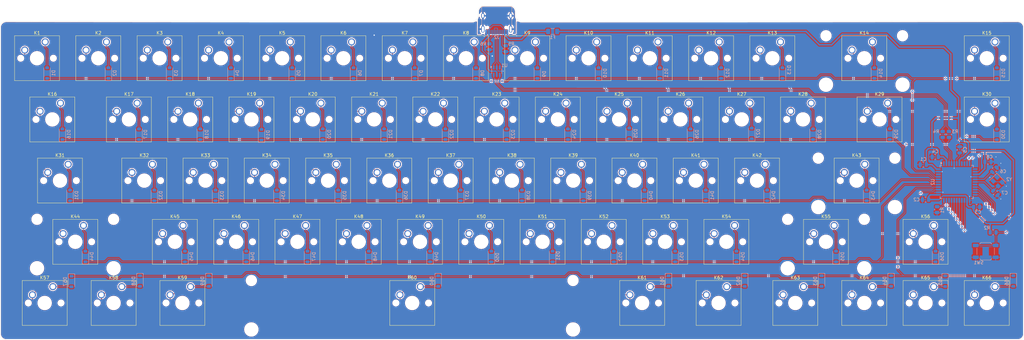
<source format=kicad_pcb>
(kicad_pcb (version 20240108) (generator "pcbnew") (generator_version "8.0")
  (layers (0 "F.Cu" signal) (31 "B.Cu" signal) (34 "B.Paste" user) (35 "F.Paste" user) (36 "B.SilkS" user "B.Silkscreen") (37 "F.SilkS" user "F.Silkscreen") (38 "B.Mask" user) (39 "F.Mask" user) (44 "Edge.Cuts" user))
  (net 0 "")
  (net 1 "/Col 0")
  (net 2 "Net-(D1-A)")
  (net 3 "/Col 1")
  (net 4 "Net-(D2-A)")
  (net 5 "Net-(D3-A)")
  (net 6 "/Col 2")
  (net 7 "/Col 3")
  (net 8 "Net-(D4-A)")
  (net 9 "Net-(D5-A)")
  (net 10 "/Col 4")
  (net 11 "/Col 5")
  (net 12 "Net-(D6-A)")
  (net 13 "/Col 6")
  (net 14 "Net-(D7-A)")
  (net 15 "Net-(D8-A)")
  (net 16 "/Col 7")
  (net 17 "/Col 8")
  (net 18 "Net-(D9-A)")
  (net 19 "/Col 9")
  (net 20 "Net-(D10-A)")
  (net 21 "Net-(D11-A)")
  (net 22 "/Col 10")
  (net 23 "/Col 11")
  (net 24 "Net-(D12-A)")
  (net 25 "Net-(D13-A)")
  (net 26 "/Col 12")
  (net 27 "Net-(D14-A)")
  (net 28 "/Col 13")
  (net 29 "Net-(D15-A)")
  (net 30 "/Col 14")
  (net 31 "Net-(D16-A)")
  (net 32 "Net-(D17-A)")
  (net 33 "Net-(D18-A)")
  (net 34 "Net-(D19-A)")
  (net 35 "Net-(D20-A)")
  (net 36 "Net-(D21-A)")
  (net 37 "Net-(D22-A)")
  (net 38 "Net-(D23-A)")
  (net 39 "Net-(D24-A)")
  (net 40 "Net-(D25-A)")
  (net 41 "Net-(D26-A)")
  (net 42 "Net-(D27-A)")
  (net 43 "Net-(D28-A)")
  (net 44 "Net-(D29-A)")
  (net 45 "Net-(D30-A)")
  (net 46 "Net-(D31-A)")
  (net 47 "Net-(D32-A)")
  (net 48 "Net-(D33-A)")
  (net 49 "Net-(D34-A)")
  (net 50 "Net-(D35-A)")
  (net 51 "Net-(D36-A)")
  (net 52 "Net-(D37-A)")
  (net 53 "Net-(D38-A)")
  (net 54 "Net-(D39-A)")
  (net 55 "Net-(D40-A)")
  (net 56 "Net-(D41-A)")
  (net 57 "Net-(D42-A)")
  (net 58 "Net-(D43-A)")
  (net 59 "Net-(D44-A)")
  (net 60 "Net-(D45-A)")
  (net 61 "Net-(D46-A)")
  (net 62 "Net-(D47-A)")
  (net 63 "Net-(D48-A)")
  (net 64 "Net-(D49-A)")
  (net 65 "Net-(D50-A)")
  (net 66 "Net-(D51-A)")
  (net 67 "Net-(D52-A)")
  (net 68 "Net-(D53-A)")
  (net 69 "Net-(D54-A)")
  (net 70 "Net-(D55-A)")
  (net 71 "Net-(D56-A)")
  (net 72 "Net-(D57-A)")
  (net 73 "Net-(D58-A)")
  (net 74 "Net-(D59-A)")
  (net 75 "Net-(D60-A)")
  (net 76 "Net-(D61-A)")
  (net 77 "Net-(D62-A)")
  (net 78 "Net-(D63-A)")
  (net 79 "Net-(D64-A)")
  (net 80 "Net-(D65-A)")
  (net 81 "Net-(D66-A)")
  (net 82 "+5V")
  (net 83 "GND")
  (net 85 "/Xtal1")
  (net 87 "/Xtal2")
  (net 89 "VCC")
  (net 90 "/Row 3")
  (net 91 "/Row 0")
  (net 92 "/Row 4")
  (net 93 "/Row 2")
  (net 94 "/D+")
  (net 95 "/Row 1")
  (net 96 "/D-")
  (net 97 "/D3+")
  (net 98 "Net-(J2-CC1)")
  (net 99 "Net-(J2-CC2)")
  (net 100 "/Reset")
  (net 101 "/D2+")
  (net 102 "/D2-")
  (net 103 "/HWB")
  (net 104 "/Ucap")
  (net 108 "/D3-")
  (net 109 "Earth")
  (footprint "Footprinty:SW_Cherry_MX_1.00u_PCB" (layer "F.Cu") (at 357.391 99.3)
    (property "Reference" "K15")
    (property "Value" "Delete")
  )
  (footprint "Footprinty:SW_Cherry_MX_1.00u_PCB" (layer "F.Cu") (at 247.8535 137.4)
    (property "Reference" "K40")
    (property "Value" "L")
  )
  (footprint "Footprinty:SW_Cherry_MX_1.00u_PCB" (layer "F.Cu") (at 81.17 99.3)
    (property "Reference" "K2")
    (property "Value" "1!")
  )
  (footprint "Footprinty:SW_Cherry_MX_1.00u_PCB" (layer "F.Cu") (at 119.27 99.3)
    (property "Reference" "K4")
    (property "Value" "3#")
  )
  (footprint "Footprinty:SW_Cherry_MX_1.00u_PCB" (layer "F.Cu") (at 62.12 99.3)
    (property "Reference" "K1")
    (property "Value" "ESC")
  )
  (footprint "Footprinty:SW_Cherry_MX_1.00u_PCB" (layer "F.Cu") (at 195.47 99.3)
    (property "Reference" "K8")
    (property "Value" "7&")
  )
  (footprint "Footprinty:SW_Cherry_MX_1.00u_PCB" (layer "F.Cu") (at 152.6035 137.4)
    (property "Reference" "K35")
    (property "Value" "F")
  )
  (footprint "Footprinty:SW_Cherry_MX_2.25u_PCB" (layer "F.Cu") (at 307.386 156.45)
    (property "Reference" "K55")
    (property "Value" "RShift")
  )
  (footprint "Footprinty:SW_Cherry_MX_1.00u_PCB" (layer "F.Cu") (at 276.4305 156.45)
    (property "Reference" "K54")
    (property "Value" "/?")
  )
  (footprint "Footprinty:SW_Cherry_MX_1.00u_PCB" (layer "F.Cu") (at 238.3305 156.45)
    (property "Reference" "K52")
    (property "Value" ",<")
  )
  (footprint "Footprinty:SW_Cherry_MX_1.00u_PCB" (layer "F.Cu") (at 143.0805 156.45)
    (property "Reference" "K47")
    (property "Value" "C")
  )
  (footprint "Footprinty:SW_Cherry_MX_1.00u_PCB" (layer "F.Cu") (at 357.391 175.5)
    (property "Reference" "K66")
    (property "Value" "Right")
  )
  (footprint "Footprinty:SW_Cherry_MX_1.00u_PCB" (layer "F.Cu") (at 285.9535 137.4)
    (property "Reference" "K42")
    (property "Value" "'\"")
  )
  (footprint "Footprinty:SW_Cherry_MX_1.25u_PCB" (layer "F.Cu") (at 250.236 175.5)
    (property "Reference" "K61")
    (property "Value" "RAlt")
  )
  (footprint "Footprinty:SW_Cherry_MX_1.00u_PCB" (layer "F.Cu") (at 266.9035 137.4)
    (property "Reference" "K41")
    (property "Value" ";:")
  )
  (footprint "Footprinty:SW_Cherry_MX_1.00u_PCB" (layer "F.Cu") (at 290.72 99.3)
    (property "Reference" "K13")
    (property "Value" "+=")
  )
  (footprint "Footprinty:SW_Cherry_MX_1.00u_PCB" (layer "F.Cu") (at 157.37 99.3)
    (property "Reference" "K6")
    (property "Value" "5%")
  )
  (footprint "Footprinty:SW_Cherry_MX_1.25u_PCB" (layer "F.Cu") (at 64.5 175.5)
    (property "Reference" "K57")
    (property "Value" "LCtrl")
  )
  (footprint "Footprinty:SW_Cherry_MX_1.00u_PCB" (layer "F.Cu") (at 271.67 99.3)
    (property "Reference" "K12")
    (property "Value" "-_")
  )
  (footprint "Footprinty:SW_Cherry_MX_1.00u_PCB" (layer "F.Cu") (at 338.341 175.5)
    (property "Reference" "K65")
    (property "Value" "Down")
  )
  (footprint "Footprinty:SW_Cherry_MX_1.00u_PCB" (layer "F.Cu") (at 124.04 156.45)
    (property "Reference" "K46")
    (property "Value" "X")
  )
  (footprint "Footprinty:SW_Cherry_MX_1.00u_PCB" (layer "F.Cu") (at 171.6535 137.4)
    (property "Reference" "K36")
    (property "Value" "G")
  )
  (footprint "Footprinty:SW_Cherry_MX_1.00u_PCB" (layer "F.Cu") (at 281.194 118.35)
    (property "Reference" "K27")
    (property "Value" "[{")
  )
  (footprint "Footprinty:SW_Cherry_MX_1.00u_PCB" (layer "F.Cu") (at 300.244 118.35)
    (property "Reference" "K28")
    (property "Value" "]}")
  )
  (footprint "Footprinty:SW_Cherry_MX_1.00u_PCB" (layer "F.Cu") (at 133.5535 137.4)
    (property "Reference" "K34")
    (property "Value" "D")
  )
  (footprint "Footprinty:SW_Cherry_MX_2.25u_PCB" (layer "F.Cu") (at 74.025 156.45)
    (property "Reference" "K44")
    (property "Value" "LShift")
  )
  (footprint "Footprinty:SW_Cherry_MX_6.25u_PCB" (layer "F.Cu") (at 178.7525 175.5)
    (property "Reference" "K60")
    (property "Value" "Space")
  )
  (footprint "Footprinty:SW_Cherry_MX_1.00u_PCB" (layer "F.Cu") (at 104.9805 156.45)
    (property "Reference" "K45")
    (property "Value" "Z")
  )
  (footprint "Footprinty:SW_Cherry_MX_1.00u_PCB" (layer "F.Cu") (at 224.044 118.35)
    (property "Reference" "K24")
    (property "Value" "I")
  )
  (footprint "Footprinty:SW_Cherry_MX_1.00u_PCB" (layer "F.Cu") (at 128.794 118.35)
    (property "Reference" "K19")
    (property "Value" "E")
  )
  (footprint "Footprinty:SW_Cherry_MX_1.00u_PCB" (layer "F.Cu") (at 109.744 118.35)
    (property "Reference" "K18")
    (property "Value" "W")
  )
  (footprint "Footprinty:SW_Cherry_MX_1.00u_PCB" (layer "F.Cu") (at 181.1805 156.45)
    (property "Reference" "K49")
    (property "Value" "B")
  )
  (footprint "Footprinty:SW_Cherry_MX_1.00u_PCB" (layer "F.Cu") (at 357.391 118.35)
    (property "Reference" "K30")
    (property "Value" "Home")
  )
  (footprint "Footprinty:SW_Cherry_MX_1.00u_PCB" (layer "F.Cu") (at 338.341 156.45)
    (property "Reference" "K56")
    (property "Value" "Up")
  )
  (footprint "Footprinty:SW_Cherry_MX_1.00u_PCB" (layer "F.Cu") (at 252.62 99.3)
    (property "Reference" "K11")
    (property "Value" "0)")
  )
  (footprint "Footprinty:SW_Cherry_MX_1.00u_PCB" (layer "F.Cu") (at 200.2305 156.45)
    (property "Reference" "K50")
    (property "Value" "N")
  )
  (footprint "Footprinty:SW_Cherry_MX_1.50u_PCB" (layer "F.Cu") (at 66.88 118.35)
    (property "Reference" "K16")
    (property "Value" "Tab")
  )
  (footprint "Footprinty:SW_Cherry_MX_1.25u_PCB" (layer "F.Cu") (at 297.86 175.5)
    (property "Reference" "K63")
    (property "Value" "RCtrl")
  )
  (footprint "Footprinty:SW_Cherry_MX_1.00u_PCB" (layer "F.Cu") (at 219.2805 156.45)
    (property "Reference" "K51")
    (property "Value" "M")
  )
  (footprint "Footprinty:SW_Cherry_MX_1.00u_PCB" (layer "F.Cu") (at 233.57 99.3)
    (property "Reference" "K10")
    (property "Value" "9(")
  )
  (footprint "Footprinty:SW_Cherry_MX_1.00u_PCB" (layer "F.Cu") (at 90.694 118.35)
    (property "Reference" "K17")
    (property "Value" "Q")
  )
  (footprint "Footprinty:SW_Cherry_MX_1.00u_PCB" (layer "F.Cu") (at 114.5 137.4)
    (property "Reference" "K33")
    (property "Value" "S")
  )
  (footprint "Footprinty:SW_Cherry_MX_1.00u_PCB" (layer "F.Cu") (at 147.844 118.35)
    (property "Reference" "K20")
    (property "Value" "R")
  )
  (footprint "Footprinty:SW_Cherry_MX_1.00u_PCB" (layer "F.Cu") (at 176.42 99.3)
    (property "Reference" "K7")
    (property "Value" "6^")
  )
  (footprint "Footprinty:SW_Cherry_MX_1.00u_PCB" (layer "F.Cu") (at 95.4535 137.4)
    (property "Reference" "K32")
    (property "Value" "A")
  )
  (footprint "Footprinty:SW_Cherry_MX_1.25u_PCB" (layer "F.Cu") (at 274.0025 175.5)
    (property "Reference" "K62")
    (property "Value" "Fn")
  )
  (footprint "Footprinty:SW_Cherry_MX_2.00u_PCB" (layer "F.Cu") (at 319.295 99.3)
    (property "Reference" "K14")
    (property "Value" "Backspace")
  )
  (footprint "Footprinty:SW_Cherry_MX_1.00u_PCB" (layer "F.Cu") (at 100.22 99.3)
    (property "Reference" "K3")
    (property "Value" "2@")
  )
  (footprint "Footprinty:SW_Cherry_MX_1.25u_PCB" (layer "F.Cu") (at 107.315 175.5)
    (property "Reference" "K59")
    (property "Value" "LAlt")
  )
  (footprint "Footprinty:SW_Cherry_MX_1.00u_PCB" (layer "F.Cu") (at 162.1305 156.45)
    (property "Reference" "K48")
    (property "Value" "V")
  )
  (footprint "Footprinty:SW_Cherry_MX_1.00u_PCB" (layer "F.Cu") (at 204.994 118.35)
    (property "Reference" "K23")
    (property "Value" "U")
  )
  (footprint "Footprinty:SW_Cherry_MX_1.00u_PCB" (layer "F.Cu") (at 243.094 118.35)
    (property "Reference" "K25")
    (property "Value" "O")
  )
  (footprint "Footprinty:SW_Cherry_MX_1.00u_PCB" (layer "F.Cu") (at 257.3805 156.45)
    (property "Reference" "K53")
    (property "Value" ".>")
  )
  (footprint "Footprinty:SW_Cherry_MX_2.25u_PCB" (layer "F.Cu") (at 316.909 137.4)
    (property "Reference" "K43")
    (property "Value" "Enter")
  )
  (footprint "Footprinty:SW_Cherry_MX_1.75u_PCB" (layer "F.Cu") (at 69.26 137.4)
    (property "Reference" "K31")
    (property "Value" "Caps")
  )
  (footprint "Footprinty:SW_Cherry_MX_1.00u_PCB" (layer "F.Cu") (at 214.52 99.3)
    (property "Reference" "K9")
    (property "Value" "8*")
  )
  (footprint "Footprinty:SW_Cherry_MX_1.50u_PCB" (layer "F.Cu") (at 324.038 118.35)
    (property "Reference" "K29")
    (property "Value" "\\|")
  )
  (footprint "Footprinty:SW_Cherry_MX_1.00u_PCB" (layer "F.Cu") (at 228.8035 137.4)
    (property "Reference" "K39")
    (property "Value" "K")
  )
  (footprint "Footprinty:SW_Cherry_MX_1.00u_PCB" (layer "F.Cu") (at 138.32 99.3)
    (property "Reference" "K5")
    (property "Value" "4$")
  )
  (footprint "Footprinty:SW_Cherry_MX_1.00u_PCB" (layer "F.Cu") (at 166.894 118.35)
    (property "Reference" "K21")
    (property "Value" "T")
  )
  (footprint "Footprinty:SW_Cherry_MX_1.00u_PCB" (layer "F.Cu") (at 190.7035 137.4)
    (property "Reference" "K37")
    (property "Value" "H")
  )
  (footprint "Footprinty:SW_Cherry_MX_1.00u_PCB" (layer "F.Cu") (at 262.144 118.35)
    (property "Reference" "K26")
    (property "Value" "P")
  )
  (footprint "Footprinty:SW_Cherry_MX_1.00u_PCB" (layer "F.Cu") (at 319.291 175.5)
    (property "Reference" "K64")
    (property "Value" "Left")
  )
  (footprint "Footprinty:SW_Cherry_MX_1.00u_PCB" (layer "F.Cu") (at 185.944 118.35)
    (property "Reference" "K22")
    (property "Value" "Y")
  )
  (footprint "Footprinty:SW_Cherry_MX_1.00u_PCB" (layer "F.Cu") (at 85.931 175.5)
    (property "Reference" "K58")
    (property "Value" "Windows")
  )
  (footprint "Footprinty:SW_Cherry_MX_1.00u_PCB" (layer "F.Cu") (at 209.7535 137.4)
    (property "Reference" "K38")
    (property "Value" "J")
  )
  (footprint "Diode_SMD:D_SOD-123" (layer "B.Cu") (at 248.44375 147.1 90)
    (property "Reference" "D40")
    (property "Value" "D")
  )
  (footprint "Diode_SMD:D_SOD-123" (layer "B.Cu") (at 138.90625 109 90)
    (property "Reference" "D5")
    (property "Value" "D")
  )
  (footprint "Diode_SMD:D_SOD-123" (layer "B.Cu") (at 257.96875 166.12 90)
    (property "Reference" "D53")
    (property "Value" "D")
  )
  (footprint "Diode_SMD:D_SOD-123" (layer "B.Cu") (at 253.20625 109 90)
    (property "Reference" "D11")
    (property "Value" "D")
  )
  (footprint "Diode_SMD:D_SOD-123" (layer "B.Cu") (at 96.04375 147.1 90)
    (property "Reference" "D32")
    (property "Value" "D")
  )
  (footprint "Diode_SMD:D_SOD-123" (layer "B.Cu") (at 67.46875 128.05 90)
    (property "Reference" "D16")
    (property "Value" "D")
  )
  (footprint "Diode_SMD:D_SOD-123" (layer "B.Cu") (at 267.49375 147.1 90)
    (property "Reference" "D41")
    (property "Value" "D")
  )
  (footprint "Diode_SMD:D_SOD-123" (layer "B.Cu") (at 191.29375 147.1 90)
    (property "Reference" "D37")
    (property "Value" "D")
  )
  (footprint "Capacitor_SMD:C_0805_2012Metric" (layer "B.Cu") (at 351.7 150.7)
    (property "Reference" "C3")
    (property "Value" "0.1uf")
  )
  (footprint "Diode_SMD:D_SOD-123" (layer "B.Cu") (at 210.34375 147.1 90)
    (property "Reference" "D38")
    (property "Value" "D")
  )
  (footprint "Fuse:Fuse_1206_3216Metric" (layer "B.Cu") (at 219.86875 96.04375)
    (property "Reference" "F1")
    (property "Value" "Polyfuse_Small")
  )
  (footprint "Connector_USB:USB_C_Receptacle_HRO_TYPE-C-31-M-12" (layer "B.Cu") (at 202.5 92.2)
    (property "Reference" "J2")
    (property "Value" "USB_C_Receptacle_USB2.0_14P")
  )
  (footprint "Capacitor_SMD:C_0805_2012Metric" (layer "B.Cu") (at 338.8 135.1 180)
    (property "Reference" "C4")
    (property "Value" "10uf")
  )
  (footprint "Diode_SMD:D_SOD-123" (layer "B.Cu") (at 215.10625 109 90)
    (property "Reference" "D9")
    (property "Value" "D")
  )
  (footprint "Diode_SMD:D_SOD-123" (layer "B.Cu") (at 229.39375 147.1 90)
    (property "Reference" "D39")
    (property "Value" "D")
  )
  (footprint "Resistor_SMD:R_0805_2012Metric" (layer "B.Cu") (at 200.2 100.8 -90)
    (property "Reference" "R6")
    (property "Value" "5K1")
  )
  (footprint "Diode_SMD:D_SOD-123" (layer "B.Cu") (at 153.19375 147.1 90)
    (property "Reference" "D35")
    (property "Value" "D")
  )
  (footprint "Diode_SMD:D_SOD-123" (layer "B.Cu") (at 181.76875 166.12 90)
    (property "Reference" "D49")
    (property "Value" "D")
  )
  (footprint "Diode_SMD:D_SOD-123" (layer "B.Cu") (at 162.71875 166.12 90)
    (property "Reference" "D48")
    (property "Value" "D")
  )
  (footprint "Resistor_SMD:R_0805_2012Metric" (layer "B.Cu") (at 343.1 128.1 90)
    (property "Reference" "R3")
    (property "Value" "22")
  )
  (footprint "Diode_SMD:D_SOD-123" (layer "B.Cu") (at 341.9 173.8 -90)
    (property "Reference" "D65")
    (property "Value" "D")
  )
  (footprint "Diode_SMD:D_SOD-123" (layer "B.Cu") (at 238.91875 166.12 90)
    (property "Reference" "D52")
    (property "Value" "D")
  )
  (footprint "Diode_SMD:D_SOD-123" (layer "B.Cu") (at 119.85625 109 90)
    (property "Reference" "D4")
    (property "Value" "D")
  )
  (footprint "Diode_SMD:D_SOD-123" (layer "B.Cu") (at 277.01875 166.12 90)
    (property "Reference" "D54")
    (property "Value" "D")
  )
  (footprint "Resistor_SMD:R_0805_2012Metric" (layer "B.Cu") (at 339.4 151.5 -90)
    (property "Reference" "R1")
    (property "Value" "10k")
  )
  (footprint "Diode_SMD:D_SOD-123" (layer "B.Cu") (at 74.6125 166.12 90)
    (property "Reference" "D44")
    (property "Value" "D")
  )
  (footprint "Diode_SMD:D_SOD-123" (layer "B.Cu") (at 291.30625 109 90)
    (property "Reference" "D13")
    (property "Value" "D")
  )
  (footprint "Resistor_SMD:R_0805_2012Metric" (layer "B.Cu") (at 356.8 158.6)
    (property "Reference" "R2")
    (property "Value" "10k")
  )
  (footprint "Diode_SMD:D_SOD-123" (layer "B.Cu") (at 234.15625 109 90)
    (property "Reference" "D10")
    (property "Value" "D")
  )
  (footprint "Diode_SMD:D_SOD-123" (layer "B.Cu") (at 262.73125 128.05 90)
    (property "Reference" "D26")
    (property "Value" "D")
  )
  (footprint "Diode_SMD:D_SOD-123" (layer "B.Cu") (at 338.93125 166.12 90)
    (property "Reference" "D56")
    (property "Value" "D")
  )
  (footprint "Diode_SMD:D_SOD-123" (layer "B.Cu") (at 255.9 173.75 -90)
    (property "Reference" "D61")
    (property "Value" "D")
  )
  (footprint "Diode_SMD:D_SOD-123" (layer "B.Cu") (at 186.53125 128.05 90)
    (property "Reference" "D22")
    (property "Value" "D")
  )
  (footprint "Resistor_SMD:R_0805_2012Metric" (layer "B.Cu") (at 341.1 128.1 90)
    (property "Reference" "R4")
    (property "Value" "22")
  )
  (footprint "Diode_SMD:D_SOD-123" (layer "B.Cu") (at 317.5 147.1 90)
    (property "Reference" "D43")
    (property "Value" "D")
  )
  (footprint "Diode_SMD:D_SOD-123" (layer "B.Cu") (at 62.70625 109 90)
    (property "Reference" "D1")
    (property "Value" "D")
  )
  (footprint "Diode_SMD:D_SOD-123" (layer "B.Cu") (at 279.6 173.75 -90)
    (property "Reference" "D62")
    (property "Value" "D")
  )
  (footprint "Diode_SMD:D_SOD-123" (layer "B.Cu") (at 303.5 173.75 -90)
    (property "Reference" "D63")
    (property "Value" "D")
  )
  (footprint "Capacitor_SMD:C_0805_2012Metric" (layer "B.Cu") (at 346.4 132.9 90)
    (property "Reference" "C5")
    (property "Value" "1uf")
  )
  (footprint "Diode_SMD:D_SOD-123" (layer "B.Cu") (at 143.66875 166.12 90)
    (property "Reference" "D47")
    (property "Value" "D")
  )
  (footprint "Diode_SMD:D_SOD-123" (layer "B.Cu") (at 363.1 173.75 -90)
    (property "Reference" "D66")
    (property "Value" "D")
  )
  (footprint "Diode_SMD:D_SOD-123" (layer "B.Cu") (at 357.98125 109 90)
    (property "Reference" "D15")
    (property "Value" "D")
  )
  (footprint "Capacitor_SMD:C_0805_2012Metric" (layer "B.Cu") (at 357.5 146.3 -45)
    (property "Reference" "C7")
    (property "Value" "22pf")
  )
  (footprint "Diode_SMD:D_SOD-123" (layer "B.Cu") (at 200.81875 166.12 90)
    (property "Reference" "D50")
    (property "Value" "D")
  )
  (footprint "Diode_SMD:D_SOD-123" (layer "B.Cu") (at 91.28125 128.05 90)
    (property "Reference" "D17")
    (property "Value" "D")
  )
  (footprint "Package_QFP:TQFP-44_10x10mm_P0.8mm" (layer "B.Cu") (at 345.5 142.9 -90)
    (property "Reference" "U2")
    (property "Value" "ATmega32U4-A")
  )
  (footprint "Capacitor_SMD:C_0805_2012Metric" (layer "B.Cu") (at 335.1 137.5 180)
    (property "Reference" "C1")
    (property "Value" "0.1uf")
  )
  (footprint "Diode_SMD:D_SOD-123" (layer "B.Cu") (at 286.54375 147.1 90)
    (property "Reference" "D42")
    (property "Value" "D")
  )
  (footprint "Diode_SMD:D_SOD-123" (layer "B.Cu") (at 167.48125 128.05 90)
    (property "Reference" "D21")
    (property "Value" "D")
  )
  (footprint "Diode_SMD:D_SOD-123" (layer "B.Cu") (at 281.78125 127.79375 90)
    (property "Reference" "D27")
    (property "Value" "D")
  )
  (footprint "Diode_SMD:D_SOD-123" (layer "B.Cu") (at 148.43125 128.05 90)
    (property "Reference" "D20")
    (property "Value" "D")
  )
  (footprint "Diode_SMD:D_SOD-123" (layer "B.Cu") (at 129.38125 128.2 90)
    (property "Reference" "D19")
    (property "Value" "D")
  )
  (footprint "Diode_SMD:D_SOD-123" (layer "B.Cu") (at 184.3 173.75 -90)
    (property "Reference" "D60")
    (property "Value" "D")
  )
  (footprint "Capacitor_SMD:C_0805_2012Metric" (layer "B.Cu") (at 357.2 139.1 45)
    (property "Reference" "C6")
    (property "Value" "22pf")
  )
  (footprint "Diode_SMD:D_SOD-123" (layer "B.Cu") (at 324.7 128 90)
    (property "Reference" "D29")
    (property "Value" "D")
  )
  (footprint "Diode_SMD:D_SOD-123" (layer "B.Cu") (at 69.85 147.1 90)
    (property "Reference" "D31")
    (property "Value" "D")
  )
  (footprint "Diode_SMD:D_SOD-123" (layer "B.Cu") (at 124.61875 166.12 90)
    (property "Reference" "D46")
    (property "Value" "D")
  )
  (footprint "Diode_SMD:D_SOD-123" (layer "B.Cu") (at 325.1 173.75 -90)
    (property "Reference" "D64")
    (property "Value" "D")
  )
  (footprint "Package_TO_SOT_SMD:SOT-23-6" (layer "B.Cu") (at 202.5 108.4 -90)
    (property "Reference" "U1")
    (property "Value" "USBLC6-2SC6")
  )
  (footprint "Diode_SMD:D_SOD-123" (layer "B.Cu") (at 91.6 173.75 -90)
    (property "Reference" "D58")
    (property "Value" "D")
  )
  (footprint "Diode_SMD:D_SOD-123" (layer "B.Cu") (at 243.68125 127.79375 90)
    (property "Reference" "D25")
    (property "Value" "D")
  )
  (footprint "Crystal:Crystal_SMD_3225-4Pin_3.2x2.5mm" (layer "B.Cu") (at 358.2 142.8 -45)
    (property "Reference" "Y2")
    (property "Value" "Crystal_GND24")
  )
  (footprint "Diode_SMD:D_SOD-123" (layer "B.Cu") (at 172.24375 147.1 90)
    (property "Reference" "D36")
    (property "Value" "D")
  )
  (footprint "Button_Switch_SMD:SW_SPST_SKQG_WithStem" (layer "B.Cu") (at 354.5 164.5)
    (property "Reference" "SW1")
    (property "Value" "SW_Push")
  )
  (footprint "Diode_SMD:D_SOD-123" (layer "B.Cu") (at 177.00625 109 90)
    (property "Reference" "D7")
    (property "Value" "D")
  )
  (footprint "Diode_SMD:D_SOD-123" (layer "B.Cu") (at 219.86875 166.12 90)
    (property "Reference" "D51")
    (property "Value" "D")
  )
  (footprint "Diode_SMD:D_SOD-123" (layer "B.Cu") (at 196.05625 109 90)
    (property "Reference" "D8")
    (property "Value" "D")
  )
  (footprint "Diode_SMD:D_SOD-123" (layer "B.Cu") (at 100.80625 109 90)
    (property "Reference" "D3")
    (property "Value" "D")
  )
  (footprint "Capacitor_SMD:C_0805_2012Metric" (layer "B.Cu") (at 355.2 136.6)
    (property "Reference" "C8")
    (property "Value" "0.1uf")
  )
  (footprint "Resistor_SMD:R_0805_2012Metric" (layer "B.Cu") (at 205.3 101.4 -90)
    (property "Reference" "R5")
    (property "Value" "5K1")
  )
  (footprint "Diode_SMD:D_SOD-123" (layer "B.Cu") (at 272.25625 109 90)
    (property "Reference" "D12")
    (property "Value" "D")
  )
  (footprint "Diode_SMD:D_SOD-123" (layer "B.Cu") (at 300.83125 128.05 90)
    (property "Reference" "D28")
    (property "Value" "D")
  )
  (footprint "Diode_SMD:D_SOD-123" (layer "B.Cu") (at 115.09375 147.1 90)
    (property "Reference" "D33")
    (property "Value" "D")
  )
  (footprint "Diode_SMD:D_SOD-123" (layer "B.Cu") (at 110.33125 128.05 90)
    (property "Reference" "D18")
    (property "Value" "D")
  )
  (footprint "Diode_SMD:D_SOD-123" (layer "B.Cu") (at 70.3 173.9 -90)
    (property "Reference" "D57")
    (property "Value" "D")
  )
  (footprint "Diode_SMD:D_SOD-123" (layer "B.Cu") (at 357.98125 128.1 90)
    (property "Reference" "D30")
    (property "Value" "D")
  )
  (footprint "Capacitor_SMD:C_0805_2012Metric" (layer "B.Cu") (at 335.8 148.4 180)
    (property "Reference" "C2")
    (property "Value" "0.1uf")
  )
  (footprint "Diode_SMD:D_SOD-123" (layer "B.Cu") (at 205.58125 128.05 90)
    (property "Reference" "D23")
    (property "Value" "D")
  )
  (footprint "Diode_SMD:D_SOD-123" (layer "B.Cu") (at 134.14375 147.1 90)
    (property "Reference" "D34")
    (property "Value" "D")
  )
  (footprint "Diode_SMD:D_SOD-123" (layer "B.Cu") (at 81.75625 109 90)
    (property "Reference" "D2")
    (property "Value" "D")
  )
  (footprint "Diode_SMD:D_SOD-123" (layer "B.Cu") (at 319.88125 109 90)
    (property "Reference" "D14")
    (property "Value" "D")
  )
  (footprint "Diode_SMD:D_SOD-123" (layer "B.Cu") (at 307.975 166.12 90)
    (property "Reference" "D55")
    (property "Value" "D")
  )
  (footprint "Diode_SMD:D_SOD-123" (layer "B.Cu") (at 113 173.75 -90)
    (property "Reference" "D59")
    (property "Value" "D")
  )
  (footprint "Diode_SMD:D_SOD-123" (layer "B.Cu") (at 224.63125 128.05 90)
    (property "Reference" "D24")
    (property "Value" "D")
  )
  (footprint "Diode_SMD:D_SOD-123" (layer "B.Cu") (at 157.95625 109 90)
    (property "Reference" "D6")
    (property "Value" "D")
  )
  (footprint "Diode_SMD:D_SOD-123" (layer "B.Cu") (at 105.56875 166.12 90)
    (property "Reference" "D45")
    (property "Value" "D")
  )
  (gr_line (start 210.324722 92.996068) (end 364.474109 92.875) (stroke (width 0.05)) (layer "Edge.Cuts"))
  (gr_line (start 48.096368 94.800891) (end 48.1 190.2) (stroke (width 0.05)) (layer "Edge.Cuts"))
  (gr_arc (start 210.324722 92.996068) (mid 208.973831 92.442436) (end 208.4 91.1) (stroke (width 0.05)) (layer "Edge.Cuts"))
  (gr_line (start 206.475278 87.978932) (end 198.575 87.975) (stroke (width 0.05)) (layer "Edge.Cuts"))
  (gr_line (start 196.678932 89.899722) (end 196.696068 91.075278) (stroke (width 0.05)) (layer "Edge.Cuts"))
  (gr_arc (start 364.474109 92.875) (mid 365.825 93.428632) (end 366.398831 94.771068) (stroke (width 0.05)) (layer "Edge.Cuts"))
  (gr_arc (start 48.096368 94.800891) (mid 48.65 93.45) (end 49.992436 92.876169) (stroke (width 0.05)) (layer "Edge.Cuts"))
  (gr_arc (start 196.696068 91.075278) (mid 196.142436 92.426169) (end 194.8 93) (stroke (width 0.05)) (layer "Edge.Cuts"))
  (gr_arc (start 196.678932 89.899722) (mid 197.232564 88.548831) (end 198.575 87.975) (stroke (width 0.05)) (layer "Edge.Cuts"))
  (gr_line (start 366.398831 94.771068) (end 366.396068 190.175278) (stroke (width 0.05)) (layer "Edge.Cuts"))
  (gr_line (start 50.024722 192.096068) (end 364.5 192.1) (stroke (width 0.05)) (layer "Edge.Cuts"))
  (gr_arc (start 206.475278 87.978932) (mid 207.826169 88.532564) (end 208.4 89.875) (stroke (width 0.05)) (layer "Edge.Cuts"))
  (gr_arc (start 50.024722 192.096068) (mid 48.673831 191.542436) (end 48.1 190.2) (stroke (width 0.05)) (layer "Edge.Cuts"))
  (gr_line (start 208.4 91.1) (end 208.4 89.875) (stroke (width 0.05)) (layer "Edge.Cuts"))
  (gr_line (start 194.8 93) (end 49.992436 92.876169) (stroke (width 0.05)) (layer "Edge.Cuts"))
  (gr_arc (start 366.396068 190.175278) (mid 365.842436 191.526169) (end 364.5 192.1) (stroke (width 0.05)) (layer "Edge.Cuts"))
  (segment (start 131.5 189.9) (end 220.8 189.9) (width 0.2) (layer "F.Cu") (net 1))
  (segment (start 357.2 152.7) (end 356.097058 152.7) (width 0.2) (layer "F.Cu") (net 1))
  (segment (start 348 160.797058) (end 348 162.4) (width 0.2) (layer "F.Cu") (net 1))
  (segment (start 348 186.9) (end 345.1 189.8) (width 0.2) (layer "F.Cu") (net 1))
  (segment (start 58.7 187.9) (end 60.7 189.9) (width 0.2) (layer "F.Cu") (net 1))
  (segment (start 60.53 120.89) (end 60.53 137.56) (width 0.2) (layer "F.Cu") (net 1))
  (segment (start 55.77 116.13) (end 60.53 120.89) (width 0.2) (layer "F.Cu") (net 1))
  (segment (start 124.8 186) (end 127.6 186) (width 0.2) (layer "F.Cu") (net 1))
  (segment (start 356.097058 152.7) (end 348 160.797058) (width 0.2) (layer "F.Cu") (net 1))
  (segment (start 67.675 158.99) (end 67.675 168.515) (width 0.2) (layer "F.Cu") (net 1))
  (segment (start 55.77 101.84) (end 55.77 116.13) (width 0.2) (layer "F.Cu") (net 1))
  (segment (start 58.15 179.45) (end 58.7 180) (width 0.2) (layer "F.Cu") (net 1))
  (segment (start 58.15 178.04) (end 58.15 179.45) (width 0.2) (layer "F.Cu") (net 1))
  (segment (start 227.55 185.95) (end 231.4 189.8) (width 0.2) (layer "F.Cu") (net 1))
  (segment (start 62.91 154.225) (end 67.675 158.99) (width 0.2) (layer "F.Cu") (net 1))
  (segment (start 348 162.2) (end 348 186.9) (width 0.2) (layer "F.Cu") (net 1))
  (segment (start 58.7 180) (end 58.7 187.9) (width 0.2) (layer "F.Cu") (net 1))
  (segment (start 67.675 168.515) (end 58.15 178.04) (width 0.2) (layer "F.Cu") (net 1))
  (segment (start 60.53 137.56) (end 62.91 139.94) (width 0.2) (layer "F.Cu") (net 1))
  (segment (start 220.8 189.9) (end 224.75 185.95) (width 0.2) (layer "F.Cu") (net 1))
  (segment (start 120.9 189.9) (end 124.8 186) (width 0.2) (layer "F.Cu") (net 1))
  (segment (start 345.1 189.8) (end 231.5 189.8) (width 0.2) (layer "F.Cu") (net 1))
  (segment (start 231.4 189.8) (end 231.5 189.8) (width 0.2) (layer "F.Cu") (net 1))
  (segment (start 60.7 189.9) (end 120.9 189.9) (width 0.2) (layer "F.Cu") (net 1))
  (segment (start 127.6 186) (end 131.5 189.9) (width 0.2) (layer "F.Cu") (net 1))
  (segment (start 62.91 139.94) (end 62.91 154.225) (width 0.2) (layer "F.Cu") (net 1))
  (segment (start 224.75 185.95) (end 227.55 185.95) (width 0.2) (layer "F.Cu") (net 1))
  (via (at 357.2 152.7) (size 0.65) (drill 0.25) (layers "F.Cu" "B.Cu") (net 1))
  (segment (start 357.2 152.7) (end 357.2 149.5) (width 0.2) (layer "B.Cu") (net 1))
  (segment (start 357.2 149.5) (end 352.2 144.5) (width 0.2) (layer "B.Cu") (net 1))
  (segment (start 352.2 144.5) (end 351.2 144.5) (width 0.2) (layer "B.Cu") (net 1))
  (segment (start 62.70625 101.6) (end 62.70625 107.09375) (width 0.2) (layer "B.Cu") (net 2))
  (segment (start 62.12 99.3) (end 62.12 101.01375) (width 0.2) (layer "B.Cu") (net 2))
  (segment (start 62.12 101.01375) (end 62.70625 101.6) (width 0.2) (layer "B.Cu") (net 2))
  (segment (start 84.344 135.1805) (end 89.1035 139.94) (width 0.2) (layer "F.Cu") (net 3))
  (segment (start 80.1 188.3) (end 80.1 179.8) (width 0.2) (layer "F.Cu") (net 3))
  (segment (start 74.82 101.84) (end 74.82 114.42) (width 0.2) (layer "F.Cu") (net 3))
  (segment (start 99.2 159.45) (end 99.2 174.8) (width 0.2) (layer "F.Cu") (net 3))
  (segment (start 127.765686 185.6) (end 124.634314 185.6) (width 0.2) (layer "F.Cu") (net 3))
  (segment (start 96.5 177.5) (end 80.5795 177.5) (width 0.2) (layer "F.Cu") (net 3))
  (segment (start 120.734314 189.5) (end 81.3 189.5) (width 0.2) (layer "F.Cu") (net 3))
  (segment (start 80.1 179.8) (end 79.581 179.281) (width 0.2) (layer "F.Cu") (net 3))
  (segment (start 227.715686 185.55) (end 224.584314 185.55) (width 0.2) (layer "F.Cu") (net 3))
  (segment (start 89.1035 139.94) (end 89.1035 149.463) (width 0.2) (layer "F.Cu") (net 3))
  (segment (start 347.6 186.734314) (end 344.934314 189.4) (width 0.2) (layer "F.Cu") (net 3))
  (segment (start 347.6 160.631372) (end 347.6 186.734314) (width 0.2) (layer "F.Cu") (net 3))
  (segment (start 81.3 189.5) (end 80.1 188.3) (width 0.2) (layer "F.Cu") (net 3))
  (segment (start 124.634314 185.6) (end 120.734314 189.5) (width 0.2) (layer "F.Cu") (net 3))
  (segment (start 356.4 151.831372) (end 347.6 160.631372) (width 0.2) (layer "F.Cu") (net 3))
  (segment (start 74.82 114.42) (end 81.29 120.89) (width 0.2) (layer "F.Cu") (net 3))
  (segment (start 344.934314 189.4) (end 231.565686 189.4) (width 0.2) (layer "F.Cu") (net 3))
  (segment (start 84.344 120.89) (end 84.344 135.1805) (width 0.2) (layer "F.Cu") (net 3))
  (segment (start 220.634314 189.5) (end 131.665686 189.5) (width 0.2) (layer "F.Cu") (net 3))
  (segment (start 81.29 120.89) (end 84.344 120.89) (width 0.2) (layer "F.Cu") (net 3))
  (segment (start 79.581 179.281) (end 79.581 178.04) (width 0.2) (layer "F.Cu") (net 3))
  (segment (start 131.665686 189.5) (end 127.765686 185.6) (width 0.2) (layer "F.Cu") (net 3))
  (segment (start 80.5795 177.5) (end 79.865 178.2145) (width 0.2) (layer "F.Cu") (net 3))
  (segment (start 98.9145 159.1645) (end 99.2 159.45) (width 0.2) (layer "F.Cu") (net 3))
  (segment (start 99.2 174.8) (end 96.5 177.5) (width 0.2) (layer "F.Cu") (net 3))
  (segment (start 89.1035 149.463) (end 98.6305 158.99) (width 0.2) (layer "F.Cu") (net 3))
  (segment (start 98.6305 158.99) (end 99.21875 159.57825) (width 0.2) (layer "F.Cu") (net 3))
  (segment (start 356.4 151.7) (end 356.4 151.831372) (width 0.2) (layer "F.Cu") (net 3))
  (segment (start 224.584314 185.55) (end 220.634314 189.5) (width 0.2) (layer "F.Cu") (net 3))
  (segment (start 231.565686 189.4) (end 227.715686 185.55) (width 0.2) (layer "F.Cu") (net 3))
  (via (at 356.4 151.7) (size 0.65) (drill 0.25) (layers "F.Cu" "B.Cu") (net 3))
  (segment (start 351.2 145.3) (end 352.2 145.3) (width 0.2) (layer "B.Cu") (net 3))
  (segment (start 356.4 149.5) (end 355.75 148.85) (width 0.2) (layer "B.Cu") (net 3))
  (segment (start 352.2 145.3) (end 355.75 148.85) (width 0.2) (layer "B.Cu") (net 3))
  (segment (start 356.4 151.7) (end 356.4 149.5) (width 0.2) (layer "B.Cu") (net 3))
  (segment (start 81.17 99.3) (end 81.17 101.01375) (width 0.2) (layer "B.Cu") (net 4))
  (segment (start 81.17 101.01375) (end 81.75625 101.6) (width 0.2) (layer "B.Cu") (net 4))
  (segment (start 81.75625 101.6) (end 81.75625 107.09375) (width 0.2) (layer "B.Cu") (net 4))
  (segment (start 100.80625 101.6) (end 100.80625 107.09375) (width 0.2) (layer "B.Cu") (net 5))
  (segment (start 100.22 99.3) (end 100.22 101.01375) (width 0.2) (layer "B.Cu") (net 5))
  (segment (start 100.22 101.01375) (end 100.80625 101.6) (width 0.2) (layer "B.Cu") (net 5))
  (segment (start 108.15 139.94) (end 108.15 149.45) (width 0.2) (layer "F.Cu") (net 6))
  (segment (start 101.6 187.5) (end 103.2 189.1) (width 0.2) (layer "F.Cu") (net 6))
  (segment (start 347.2 160.465686) (end 355.5 152.165686) (width 0.2) (layer "F.Cu") (net 6))
  (segment (start 93.87 101.84) (end 93.87 114.07) (width 0.2) (layer "F.Cu") (net 6))
  (segment (start 103.394 135.184) (end 108.15 139.94) (width 0.2) (layer "F.Cu") (net 6))
  (segment (start 118.26875 176.33125) (end 118.26875 158.76725) (width 0.2) (layer "F.Cu") (net 6))
  (segment (start 344.768628 189) (end 347.2 186.568628) (width 0.2) (layer "F.Cu") (net 6))
  (segment (start 103.2 189.1) (end 120.568628 189.1) (width 0.2) (layer "F.Cu") (net 6))
  (segment (start 227.881371 185.15) (end 231.731371 189) (width 0.2) (layer "F.Cu") (net 6))
  (segment (start 101.6 180.1) (end 101.6 187.5) (width 0.2) (layer "F.Cu") (net 6))
  (segment (start 355.5 152.165686) (end 355.5 150.7) (width 0.2) (layer "F.Cu") (net 6))
  (segment (start 100.965 178.04) (end 100.965 179.465) (width 0.2) (layer "F.Cu") (net 6))
  (segment (start 231.731371 189) (end 344.768628 189) (width 0.2) (layer "F.Cu") (net 6))
  (segment (start 120.568628 189.1) (end 124.468628 185.2) (width 0.2) (layer "F.Cu") (net 6))
  (segment (start 127.931372 185.2) (end 131.731372 189) (width 0.2) (layer "F.Cu") (net 6))
  (segment (start 108.15 149.45) (end 117.69 158.99) (width 0.2) (layer "F.Cu") (net 6))
  (segment (start 220.568628 189) (end 224.418628 185.15) (width 0.2) (layer "F.Cu") (net 6))
  (segment (start 124.468628 185.2) (end 127.931372 185.2) (width 0.2) (layer "F.Cu") (net 6))
  (segment (start 224.418628 185.15) (end 227.881371 185.15) (width 0.2) (layer "F.Cu") (net 6))
  (segment (start 93.87 114.07) (end 100.69 120.89) (width 0.2) (layer "F.Cu") (net 6))
  (segment (start 100.69 120.89) (end 103.394 120.89) (width 0.2) (layer "F.Cu") (net 6))
  (segment (start 131.731372 189) (end 220.568628 189) (width 0.2) (layer "F.Cu") (net 6))
  (segment (start 116.9 177.7) (end 118.26875 176.33125) (width 0.2) (layer "F.Cu") (net 6))
  (segment (start 103.394 120.89) (end 103.394 135.184) (width 0.2) (layer "F.Cu") (net 6))
  (segment (start 347.2 186.568628) (end 347.2 160.465686) (width 0.2) (layer "F.Cu") (net 6))
  (segment (start 102 177.7) (end 116.9 177.7) (width 0.2) (layer "F.Cu") (net 6))
  (segment (start 101.4 178.3) (end 102 177.7) (width 0.2) (layer "F.Cu") (net 6))
  (segment (start 100.965 179.465) (end 101.6 180.1) (width 0.2) (layer "F.Cu") (net 6))
  (via (at 355.5 150.7) (size 0.65) (drill 0.25) (layers "F.Cu" "B.Cu") (net 6))
  (segment (start 355.5 149.4) (end 352.2 146.1) (width 0.2) (layer "B.Cu") (net 6))
  (segment (start 355.5 150.7) (end 355.5 149.4) (width 0.2) (layer "B.Cu") (net 6))
  (segment (start 352.2 146.1) (end 351.2 146.1) (width 0.2) (layer "B.Cu") (net 6))
  (segment (start 136.7305 184.3305) (end 141 188.6) (width 0.2) (layer "F.Cu") (net 7))
  (segment (start 354.6 152.5) (end 354.6 149.7) (width 0.2) (layer "F.Cu") (net 7))
  (segment (start 112.92 113.92) (end 119.89 120.89) (width 0.2) (layer "F.Cu") (net 7))
  (segment (start 346.8 186.402942) (end 346.8 160.3) (width 0.2) (layer "F.Cu") (net 7))
  (segment (start 112.92 101.84) (end 112.92 113.92) (width 0.2) (layer "F.Cu") (net 7))
  (segment (start 119.89 120.89) (end 122.444 120.89) (width 0.2) (layer "F.Cu") (net 7))
  (segment (start 231.897057 188.6) (end 344.602942 188.6) (width 0.2) (layer "F.Cu") (net 7))
  (segment (start 141 188.6) (end 220.402942 188.6) (width 0.2) (layer "F.Cu") (net 7))
  (segment (start 122.444 120.89) (end 122.444 135.1805) (width 0.2) (layer "F.Cu") (net 7))
  (segment (start 220.402942 188.6) (end 224.252942 184.75) (width 0.2) (layer "F.Cu") (net 7))
  (segment (start 127.2035 149.463) (end 136.7305 158.99) (width 0.2) (layer "F.Cu") (net 7))
  (segment (start 344.602942 188.6) (end 346.8 186.402942) (width 0.2) (layer "F.Cu") (net 7))
  (segment (start 346.8 160.3) (end 354.6 152.5) (width 0.2) (layer "F.Cu") (net 7))
  (segment (start 228.047057 184.75) (end 231.897057 188.6) (width 0.2) (layer "F.Cu") (net 7))
  (segment (start 122.444 135.1805) (end 127.2035 139.94) (width 0.2) (layer "F.Cu") (net 7))
  (segment (start 127.2035 139.94) (end 127.2035 149.463) (width 0.2) (layer "F.Cu") (net 7))
  (segment (start 136.7305 158.99) (end 136.7305 184.3305) (width 0.2) (layer "F.Cu") (net 7))
  (segment (start 224.252942 184.75) (end 228.047057 184.75) (width 0.2) (layer "F.Cu") (net 7))
  (via (at 354.6 149.7) (size 0.65) (drill 0.25) (layers "F.Cu" "B.Cu") (net 7))
  (segment (start 354.6 149.7) (end 354.6 149.2) (width 0.2) (layer "B.Cu") (net 7))
  (segment (start 352.3 146.9) (end 351.2 146.9) (width 0.2) (layer "B.Cu") (net 7))
  (segment (start 354.6 149.2) (end 352.3 146.9) (width 0.2) (layer "B.Cu") (net 7))
  (segment (start 119.31375 101.21375) (end 119.9 101.8) (width 0.2) (layer "B.Cu") (net 8))
  (segment (start 119.9 101.8) (end 119.9 107.29375) (width 0.2) (layer "B.Cu") (net 8))
  (segment (start 119.31375 99.5) (end 119.31375 101.21375) (width 0.2) (layer "B.Cu") (net 8))
  (segment (start 138.90625 101.6) (end 138.90625 107.09375) (width 0.2) (layer "B.Cu") (net 9))
  (segment (start 138.32 99.3) (end 138.32 101.01375) (width 0.2) (layer "B.Cu") (net 9))
  (segment (start 138.32 101.01375) (end 138.90625 101.6) (width 0.2) (layer "B.Cu") (net 9))
  (segment (start 146.2535 149.463) (end 155.7805 158.99) (width 0.2) (layer "F.Cu") (net 10))
  (segment (start 344.437256 188.2) (end 346.4 186.237256) (width 0.2) (layer "F.Cu") (net 10))
  (segment (start 131.97 101.84) (end 131.97 115.27) (width 0.2) (layer "F.Cu") (net 10))
  (segment (start 346.4 186.237256) (end 346.4 160.134314) (width 0.2) (layer "F.Cu") (net 10))
  (segment (start 224.087256 184.35) (end 228.212743 184.35) (width 0.2) (layer "F.Cu") (net 10))
  (segment (start 232.062743 188.2) (end 344.437256 188.2) (width 0.2) (layer "F.Cu") (net 10))
  (segment (start 131.97 115.27) (end 137.59 120.89) (width 0.2) (layer "F.Cu") (net 10))
  (segment (start 155.7805 183.8805) (end 160.1 188.2) (width 0.2) (layer "F.Cu") (net 10))
  (segment (start 220.237256 188.2) (end 224.087256 184.35) (width 0.2) (layer "F.Cu") (net 10))
  (segment (start 141.494 135.1805) (end 146.2535 139.94) (width 0.2) (layer "F.Cu") (net 10))
  (segment (start 347.9 158.634314) (end 347.9 158) (width 0.2) (layer "F.Cu") (net 10))
  (segment (start 137.59 120.89) (end 141.494 120.89) (width 0.2) (layer "F.Cu") (net 10))
  (segment (start 228.212743 184.35) (end 232.062743 188.2) (width 0.2) (layer "F.Cu") (net 10))
  (segment (start 141.494 120.89) (end 141.494 135.1805) (width 0.2) (layer "F.Cu") (net 10))
  (segment (start 155.7805 158.99) (end 155.7805 183.8805) (width 0.2) (layer "F.Cu") (net 10))
  (segment (start 146.2535 139.94) (end 146.2535 149.463) (width 0.2) (layer "F.Cu") (net 10))
  (segment (start 160.1 188.2) (end 220.237256 188.2) (width 0.2) (layer "F.Cu") (net 10))
  (segment (start 346.4 160.134314) (end 347.9 158.634314) (width 0.2) (layer "F.Cu") (net 10))
  (via (at 347.9 158) (size 0.65) (drill 0.25) (layers "F.Cu" "B.Cu") (net 10))
  (segment (start 347.9 148.6) (end 347.9 158) (width 0.2) (layer "B.Cu") (net 10))
  (segment (start 172.449 183.849) (end 176.4 187.8) (width 0.2) (layer "F.Cu") (net 11))
  (segment (start 346 159.968628) (end 347.1 158.868628) (width 0.2) (layer "F.Cu") (net 11))
  (segment (start 346 186.07157) (end 346 159.968628) (width 0.2) (layer "F.Cu") (net 11))
  (segment (start 165.3035 139.94) (end 165.3035 149.463) (width 0.2) (layer "F.Cu") (net 11))
  (segment (start 344.27157 187.8) (end 346 186.07157) (width 0.2) (layer "F.Cu") (net 11))
  (segment (start 151.02 114.42) (end 157.49 120.89) (width 0.2) (layer "F.Cu") (net 11))
  (segment (start 172.449 178.04) (end 172.449 183.849) (width 0.2) (layer "F.Cu") (net 11))
  (segment (start 157.49 120.89) (end 160.544 120.89) (width 0.2) (layer "F.Cu") (net 11))
  (segment (start 174.8305 158.99) (end 175.41875 159.57825) (width 0.2) (layer "F.Cu") (net 11))
  (segment (start 220.07157 187.8) (end 223.92157 183.95) (width 0.2) (layer "F.Cu") (net 11))
  (segment (start 165.3035 149.463) (end 174.8305 158.99) (width 0.2) (layer "F.Cu") (net 11))
  (segment (start 347.1 158.868628) (end 347.1 156.8) (width 0.2) (layer "F.Cu") (net 11))
  (segment (start 232.228429 187.8) (end 344.27157 187.8) (width 0.2) (layer "F.Cu") (net 11))
  (segment (start 151.02 101.84) (end 151.02 114.42) (width 0.2) (layer "F.Cu") (net 11))
  (segment (start 223.92157 183.95) (end 228.378429 183.95) (width 0.2) (layer "F.Cu") (net 11))
  (segment (start 160.544 120.89) (end 160.544 135.1805) (width 0.2) (layer "F.Cu") (net 11))
  (segment (start 228.378429 183.95) (end 232.228429 187.8) (width 0.2) (layer "F.Cu") (net 11))
  (segment (start 176.4 187.8) (end 220.07157 187.8) (width 0.2) (layer "F.Cu") (net 11))
  (segment (start 175.41875 175.07025) (end 172.449 178.04) (width 0.2) (layer "F.Cu") (net 11))
  (segment (start 175.41875 159.57825) (end 175.41875 175.07025) (width 0.2) (layer "F.Cu") (net 11))
  (segment (start 160.544 135.1805) (end 165.3035 139.94) (width 0.2) (layer "F.Cu") (net 11))
  (via (at 347.1 156.8) (size 0.65) (drill 0.25) (layers "F.Cu" "B.Cu") (net 11))
  (segment (start 347.1 148.6) (end 347.1 156.8) (width 0.2) (layer "B.Cu") (net 11))
  (segment (start 157.37 99.3) (end 157.37 101.01375) (width 0.2) (layer "B.Cu") (net 12))
  (segment (start 157.95625 101.6) (end 157.95625 107.09375) (width 0.2) (layer "B.Cu") (net 12))
  (segment (start 157.37 101.01375) (end 157.95625 101.6) (width 0.2) (layer "B.Cu") (net 12))
  (segment (start 177.79 120.89) (end 179.594 120.89) (width 0.2) (layer "F.Cu") (net 13))
  (segment (start 193.8805 158.99) (end 194.3 159.4095) (width 0.2) (layer "F.Cu") (net 13))
  (segment (start 346.3 159.102942) (end 346.3 155.6) (width 0.2) (layer "F.Cu") (net 13))
  (segment (start 219.905884 187.4) (end 223.755884 183.55) (width 0.2) (layer "F.Cu") (net 13))
  (segment (start 232.394115 187.4) (end 344.105884 187.4) (width 0.2) (layer "F.Cu") (net 13))
  (segment (start 228.544115 183.55) (end 232.394115 187.4) (width 0.2) (layer "F.Cu") (net 13))
  (segment (start 197.2 187.4) (end 219.905884 187.4) (width 0.2) (layer "F.Cu") (net 13))
  (segment (start 184.3535 139.94) (end 184.3535 149.463) (width 0.2) (layer "F.Cu") (net 13))
  (segment (start 179.594 135.1805) (end 184.3535 139.94) (width 0.2) (layer "F.Cu") (net 13))
  (segment (start 344.105884 187.4) (end 345.6 185.905884) (width 0.2) (layer "F.Cu") (net 13))
  (segment (start 194.3 159.4095) (end 194.3 184.5) (width 0.2) (layer "F.Cu") (net 13))
  (segment (start 179.594 120.89) (end 179.594 135.1805) (width 0.2) (layer "F.Cu") (net 13))
  (segment (start 345.6 159.802942) (end 346.3 159.102942) (width 0.2) (layer "F.Cu") (net 13))
  (segment (start 170.07 113.17) (end 177.79 120.89) (width 0.2) (layer "F.Cu") (net 13))
  (segment (start 170.07 101.84) (end 170.07 113.17) (width 0.2) (layer "F.Cu") (net 13))
  (segment (start 223.755884 183.55) (end 228.544115 183.55) (width 0.2) (layer "F.Cu") (net 13))
  (segment (start 345.6 185.905884) (end 345.6 159.802942) (width 0.2) (layer "F.Cu") (net 13))
  (segment (start 194.3 184.5) (end 197.2 187.4) (width 0.2) (layer "F.Cu") (net 13))
  (segment (start 184.3535 149.463) (end 193.8805 158.99) (width 0.2) (layer "F.Cu") (net 13))
  (via (at 346.3 155.6) (size 0.65) (drill 0.25) (layers "F.Cu" "B.Cu") (net 13))
  (segment (start 346.3 148.6) (end 346.3 155.6) (width 0.2) (layer "B.Cu") (net 13))
  (segment (start 177.00625 101.6) (end 177.00625 107.09375) (width 0.2) (layer "B.Cu") (net 14))
  (segment (start 176.42 101.01375) (end 177.00625 101.6) (width 0.2) (layer "B.Cu") (net 14))
  (segment (start 176.42 99.3) (end 176.42 101.01375) (width 0.2) (layer "B.Cu") (net 14))
  (segment (start 195.47 101.01375) (end 196.05625 101.6) (width 0.2) (layer "B.Cu") (net 15))
  (segment (start 196.05625 101.6) (end 196.05625 107.09375) (width 0.2) (layer "B.Cu") (net 15))
  (segment (start 195.47 99.3) (end 195.47 101.01375) (width 0.2) (layer "B.Cu") (net 15))
  (segment (start 228.709801 183.15) (end 232.559801 187) (width 0.2) (layer "F.Cu") (net 16))
  (segment (start 216.3 187) (end 219.740198 187) (width 0.2) (layer "F.Cu") (net 16))
  (segment (start 212.9305 158.99) (end 213.4 159.4595) (width 0.2) (layer "F.Cu") (net 16))
  (segment (start 198.644 135.1805) (end 203.4035 139.94) (width 0.2) (layer "F.Cu") (net 16))
  (segment (start 203.4035 149.463) (end 212.9305 158.99) (width 0.2) (layer "F.Cu") (net 16))
  (segment (start 213.4 184.1) (end 216.3 187) (width 0.2) (layer "F.Cu") (net 16))
  (segment (start 223.590198 183.15) (end 228.709801 183.15) (width 0.2) (layer "F.Cu") (net 16))
  (segment (start 343.940198 187) (end 345.2 185.740198) (width 0.2) (layer "F.Cu") (net 16))
  (segment (start 198.644 120.89) (end 198.644 135.1805) (width 0.2) (layer "F.Cu") (net 16))
  (segment (start 345.2 185.740198) (end 345.2 159.637256) (width 0.2) (layer "F.Cu") (net 16))
  (segment (start 189.12 113.62) (end 196.39 120.89) (width 0.2) (layer "F.Cu") (net 16))
  (segment (start 345.2 159.637256) (end 345.5 159.337256) (width 0.2) (layer "F.Cu") (net 16))
  (segment (start 345.5 159.337256) (end 345.5 154.5) (width 0.2) (layer "F.Cu") (net 16))
  (segment (start 203.4035 139.94) (end 203.4035 149.463) (width 0.2) (layer "F.Cu") (net 16))
  (segment (start 232.559801 187) (end 343.940198 187) (width 0.2) (layer "F.Cu") (net 16))
  (segment (start 189.12 101.84) (end 189.12 113.62) (width 0.2) (layer "F.Cu") (net 16))
  (segment (start 219.740198 187) (end 223.590198 183.15) (width 0.2) (layer "F.Cu") (net 16))
  (segment (start 213.4 159.4595) (end 213.4 184.1) (width 0.2) (layer "F.Cu") (net 16))
  (segment (start 196.39 120.89) (end 198.644 120.89) (width 0.2) (layer "F.Cu") (net 16))
  (via (at 345.5 154.5) (size 0.65) (drill 0.25) (layers "F.Cu" "B.Cu") (net 16))
  (segment (start 345.5 148.6) (end 345.5 154.5) (width 0.2) (layer "B.Cu") (net 16))
  (segment (start 231.9805 175.0805) (end 231.9805 158.99) (width 0.2) (layer "F.Cu") (net 17))
  (segment (start 234.94 178.04) (end 231.9805 175.0805) (width 0.2) (layer "F.Cu") (net 17))
  (segment (start 217.694 120.89) (end 217.694 135.1805) (width 0.2) (layer "F.Cu") (net 17))
  (segment (start 210.2 117.4) (end 214.204 117.4) (width 0.2) (layer "F.Cu") (net 17))
  (segment (start 343.774512 186.6) (end 244.472 186.6) (width 0.2) (layer "F.Cu") (net 17))
  (segment (start 208.17 115.37) (end 210.2 117.4) (width 0.2) (layer "F.Cu") (net 17))
  (segment (start 231.9805 158.99) (end 222.4535 149.463) (width 0.2) (layer "F.Cu") (net 17))
  (segment (start 243.886 178.04) (end 234.94 178.04) (width 0.2) (layer "F.Cu") (net 17))
  (segment (start 243.886 186.014) (end 243.886 178.04) (width 0.2) (layer "F.Cu") (net 17))
  (segment (start 344.8 185.574512) (end 343.774512 186.6) (width 0.2) (layer "F.Cu") (net 17))
  (segment (start 344.8 153.3) (end 344.8 185.574512) (width 0.2) (layer "F.Cu") (net 17))
  (segment (start 217.694 135.1805) (end 222.4535 139.94) (width 0.2) (layer "F.Cu") (net 17))
  (segment (start 244.472 186.6) (end 243.886 186.014) (width 0.2) (layer "F.Cu") (net 17))
  (segment (start 208.17 101.84) (end 208.17 115.37) (width 0.2) (layer "F.Cu") (net 17))
  (segment (start 222.4535 149.463) (end 222.4535 139.94) (width 0.2) (layer "F.Cu") (net 17))
  (segment (start 214.204 117.4) (end 217.694 120.89) (width 0.2) (layer "F.Cu") (net 17))
  (via (at 344.8 153.3) (size 0.65) (drill 0.25) (layers "F.Cu" "B.Cu") (net 17))
  (segment (start 344.7 153.2) (end 344.7 148.6) (width 0.2) (layer "B.Cu") (net 17))
  (segment (start 344.8 153.3) (end 344.7 153.2) (width 0.2) (layer "B.Cu") (net 17))
  (segment (start 215.10625 101.6) (end 215.10625 107.09375) (width 0.2) (layer "B.Cu") (net 18))
  (segment (start 214.52 101.01375) (end 215.10625 101.6) (width 0.2) (layer "B.Cu") (net 18))
  (segment (start 214.52 99.3) (end 214.52 101.01375) (width 0.2) (layer "B.Cu") (net 18))
  (segment (start 235.7 113.2) (end 236.744 114.244) (width 0.2) (layer "F.Cu") (net 19))
  (segment (start 241.5035 149.463) (end 251.0305 158.99) (width 0.2) (layer "F.Cu") (net 19))
  (segment (start 251.0305 169.2305) (end 251.9 170.1) (width 0.2) (layer "F.Cu") (net 19))
  (segment (start 241.5035 139.94) (end 241.5035 149.463) (width 0.2) (layer "F.Cu") (net 19))
  (segment (start 227.5 113.2) (end 235.7 113.2) (width 0.2) (layer "F.Cu") (net 19))
  (segment (start 259.6 170.1) (end 260.6 171.1) (width 0.2) (layer "F.Cu") (net 19))
  (segment (start 269.5 186.2) (end 343.608826 186.2) (width 0.2) (layer "F.Cu") (net 19))
  (segment (start 227.22 112.92) (end 227.5 113.2) (width 0.2) (layer "F.Cu") (net 19))
  (segment (start 267.6525 178.04) (end 268.3 178.6875) (width 0.2) (layer "F.Cu") (net 19))
  (segment (start 251.0305 158.99) (end 251.0305 169.2305) (width 0.2) (layer "F.Cu") (net 19))
  (segment (start 236.744 120.89) (end 236.744 135.1805) (width 0.2) (layer "F.Cu") (net 19))
  (segment (start 268.3 178.6875) (end 268.3 185) (width 0.2) (layer "F.Cu") (net 19))
  (segment (start 260.6 171.1) (end 260.6 177) (width 0.2) (layer "F.Cu") (net 19))
  (segment (start 251.9 170.1) (end 259.6 170.1) (width 0.2) (layer "F.Cu") (net 19))
  (segment (start 227.22 101.84) (end 227.22 112.92) (width 0.2) (layer "F.Cu") (net 19))
  (segment (start 268.3 185) (end 269.5 186.2) (width 0.2) (layer "F.Cu") (net 19))
  (segment (start 260.6 177) (end 261.64 178.04) (width 0.2) (layer "F.Cu") (net 19))
  (segment (start 343.9 153.534314) (end 343.9 152.3) (width 0.2) (layer "F.Cu") (net 19))
  (segment (start 236.744 135.1805) (end 241.5035 139.94) (width 0.2) (layer "F.Cu") (net 19))
  (segment (start 343.608826 186.2) (end 344.4 185.408826) (width 0.2) (layer "F.Cu") (net 19))
  (segment (start 344.4 185.408826) (end 344.4 154.034314) (width 0.2) (layer "F.Cu") (net 19))
  (segment (start 261.64 178.04) (end 267.6525 178.04) (width 0.2) (layer "F.Cu") (net 19))
  (segment (start 236.744 114.244) (end 236.744 120.89) (width 0.2) (layer "F.Cu") (net 19))
  (segment (start 344.4 154.034314) (end 343.9 153.534314) (width 0.2) (layer "F.Cu") (net 19))
  (via (at 343.9 152.4) (size 0.65) (drill 0.25) (layers "F.Cu" "B.Cu") (net 19))
  (segment (start 343.9 152.4) (end 343.9 152.3) (width 0.2) (layer "B.Cu") (net 19))
  (segment (start 343.9 148.6) (end 343.9 152.4) (width 0.2) (layer "B.Cu") (net 19))
  (segment (start 234.15625 101.6) (end 234.15625 107.09375) (width 0.2) (layer "B.Cu") (net 20))
  (segment (start 233.57 101.01375) (end 234.15625 101.6) (width 0.2) (layer "B.Cu") (net 20))
  (segment (start 233.57 99.3) (end 233.57 101.01375) (width 0.2) (layer "B.Cu") (net 20))
  (segment (start 252.62 99.3) (end 252.62 101.01375) (width 0.2) (layer "B.Cu") (net 21))
  (segment (start 253.20625 101.6) (end 253.20625 107.09375) (width 0.2) (layer "B.Cu") (net 21))
  (segment (start 252.62 101.01375) (end 253.20625 101.6) (width 0.2) (layer "B.Cu") (net 21))
  (segment (start 246.8 111.8) (end 248.1 113.1) (width 0.2) (layer "F.Cu") (net 22))
  (segment (start 343.1 153.3) (end 344 154.2) (width 0.2) (layer "F.Cu") (net 22))
  (segment (start 255.794 135.1805) (end 260.5535 139.94) (width 0.2) (layer "F.Cu") (net 22))
  (segment (start 344 185.24314) (end 343.44314 185.8) (width 0.2) (layer "F.Cu") (net 22))
  (segment (start 260.5535 152.4535) (end 267.09 158.99) (width 0.2) (layer "F.Cu") (net 22))
  (segment (start 255.794 120.89) (end 255.794 135.1805) (width 0.2) (layer "F.Cu") (net 22))
  (segment (start 255 113.1) (end 255.794 113.894) (width 0.2) (layer "F.Cu") (net 22))
  (segment (start 343.1 151.3) (end 343.1 153.3) (width 0.2) (layer "F.Cu") (net 22))
  (segment (start 292 178.53) (end 291.51 178.04) (width 0.2) (layer "F.Cu") (net 22))
  (segment (start 271.4 170.4) (end 286.1 170.4) (width 0.2) (layer "F.Cu") (net 22))
  (segment (start 286.95 171.25) (end 286.95 175.35) (width 0.2) (layer "F.Cu") (net 22))
  (segment (start 246.8 102.37) (end 246.8 111.8) (width 0.2) (layer "F.Cu") (net 22))
  (segment (start 289.64 178.04) (end 291.51 178.04) (width 0.2) (layer "F.Cu") (net 22))
  (segment (start 343.44314 185.8) (end 293.200001 185.8) (width 0.2) (layer "F.Cu") (net 22))
  (segment (start 260.5535 139.94) (end 260.5535 152.4535) (width 0.2) (layer "F.Cu") (net 22))
  (segment (start 293.200001 185.8) (end 292 184.599999) (width 0.2) (layer "F.Cu") (net 22))
  (segment (start 255.794 113.894) (end 255.794 120.89) (width 0.2) (layer "F.Cu") (net 22))
  (segment (start 286.1 170.4) (end 286.95 171.25) (width 0.2) (layer "F.Cu") (net 22))
  (segment (start 344 154.2) (end 344 185.24314) (width 0.2) (layer "F.Cu") (net 22))
  (segment (start 270.0805 158.99) (end 270.0805 169.0805) (width 0.2) (layer "F.Cu") (net 22))
  (segment (start 267.09 158.99) (end 270.0805 158.99) (width 0.2) (layer "F.Cu") (net 22))
  (segment (start 292 184.599999) (end 292 178.53) (width 0.2) (layer "F.Cu") (net 22))
  (segment (start 286.95 175.35) (end 289.64 178.04) (width 0.2) (layer "F.Cu") (net 22))
  (segment (start 246.27 101.84) (end 246.8 102.37) (width 0.2) (layer "F.Cu") (net 22))
  (segment (start 248.1 113.1) (end 255 113.1) (width 0.2) (layer "F.Cu") (net 22))
  (segment (start 270.0805 169.0805) (end 271.4 170.4) (width 0.2) (layer "F.Cu") (net 22))
  (via (at 343.1 151.3) (size 0.65) (drill 0.25) (layers "F.Cu" "B.Cu") (net 22))
  (segment (start 343.1 148.6) (end 343.1 151.3) (width 0.2) (layer "B.Cu") (net 22))
  (segment (start 301.036 158.99) (end 301.036 169.236) (width 0.2) (layer "F.Cu") (net 23))
  (segment (start 265.9 103.7) (end 265.9 112) (width 0.2) (layer "F.Cu") (net 23))
  (segment (start 267 113.1) (end 274.2 113.1) (width 0.2) (layer "F.Cu") (net 23))
  (segment (start 274.844 135.1805) (end 279.6035 139.94) (width 0.2) (layer "F.Cu") (net 23))
  (segment (start 343.6 185.077454) (end 343.277454 185.4) (width 0.2) (layer "F.Cu") (net 23))
  (segment (start 274.844 113.744) (end 274.844 120.89) (width 0.2) (layer "F.Cu") (net 23))
  (segment (start 279.6035 139.94) (end 279.6035 150.7035) (width 0.2) (layer "F.Cu") (net 23))
  (segment (start 274.2 113.1) (end 274.844 113.744) (width 0.2) (layer "F.Cu") (net 23))
  (segment (start 313.4 184.4) (end 313.4 178.499) (width 0.2) (layer "F.Cu") (net 23))
  (segment (start 313.4 178.499) (end 312.941 178.04) (width 0.2) (layer "F.Cu") (net 23))
  (segment (start 312.941 171.541) (end 312.941 178.04) (width 0.2) (layer "F.Cu") (net 23))
  (segment (start 265.32 103.12) (end 265.9 103.7) (width 0.2) (layer "F.Cu") (net 23))
  (segment (start 342.3 153.6) (end 343.6 154.9) (width 0.2) (layer "F.Cu") (net 23))
  (segment (start 301.036 169.236) (end 301.9 170.1) (width 0.2) (layer "F.Cu") (net 23))
  (segment (start 274.844 120.89) (end 274.844 135.1805) (width 0.2) (layer "F.Cu") (net 23))
  (segment (start 279.6035 150.7035) (end 287.9 159) (width 0.2) (layer "F.Cu") (net 23))
  (segment (start 343.6 154.9) (end 343.6 185.077454) (width 0.2) (layer "F.Cu") (net 23))
  (segment (start 287.9 159) (end 294.730207 159) (width 0.2) (layer "F.Cu") (net 23))
  (segment (start 311.5 170.1) (end 312.941 171.541) (width 0.2) (layer "F.Cu") (net 23))
  (segment (start 294.740207 158.99) (end 301.036 158.99) (width 0.2) (layer "F.Cu") (net 23))
  (segment (start 343.277454 185.4) (end 314.4 185.4) (width 0.2) (layer "F.Cu") (net 23))
  (segment (start 342.3 150.1) (end 342.3 153.6) (width 0.2) (layer "F.Cu") (net 23))
  (segment (start 265.9 112) (end 267 113.1) (width 0.2) (layer "F.Cu") (net 23))
  (segment (start 314.4 185.4) (end 313.4 184.4) (width 0.2) (layer "F.Cu") (net 23))
  (segment (start 294.730207 159) (end 294.740207 158.99) (width 0.2) (layer "F.Cu") (net 23))
  (segment (start 265.32 101.84) (end 265.32 103.12) (width 0.2) (layer "F.Cu") (net 23))
  (segment (start 301.9 170.1) (end 311.5 170.1) (width 0.2) (layer "F.Cu") (net 23))
  (via (at 342.3 150.1) (size 0.65) (drill 0.25) (layers "F.Cu" "B.Cu") (net 23))
  (segment (start 342.3 148.6) (end 342.3 150.1) (width 0.2) (layer "B.Cu") (net 23))
  (segment (start 271.67 99.3) (end 271.67 101.01375) (width 0.2) (layer "B.Cu") (net 24))
  (segment (start 272.25625 101.6) (end 272.25625 107.09375) (width 0.2) (layer "B.Cu") (net 24))
  (segment (start 271.67 101.01375) (end 272.25625 101.6) (width 0.2) (layer "B.Cu") (net 24))
  (segment (start 291.30625 101.6) (end 291.30625 107.09375) (width 0.2) (layer "B.Cu") (net 25))
  (segment (start 290.72 101.01375) (end 291.30625 101.6) (width 0.2) (layer "B.Cu") (net 25))
  (segment (start 290.72 99.3) (end 290.72 101.01375) (width 0.2) (layer "B.Cu") (net 25))
  (segment (start 292.9 112.9) (end 294 114) (width 0.2) (layer "F.Cu") (net 26))
  (segment (start 331.991 178.04) (end 332.58125 177.44975) (width 0.2) (layer "F.Cu") (net 26))
  (segment (start 284.9 102.37) (end 284.37 101.84) (width 0.2) (layer "F.Cu") (net 26))
  (segment (start 293.894 134.35025) (end 299.48375 139.94) (width 0.2) (layer "F.Cu") (net 26))
  (segment (start 299.48375 139.94) (end 310.559 139.94) (width 0.2) (layer "F.Cu") (net 26))
  (segment (start 332.58125 159.58025) (end 331.991 158.99) (width 0.2) (layer "F.Cu") (net 26))
  (segment (start 293.894 120.89) (end 293.894 134.35025) (width 0.2) (layer "F.Cu") (net 26))
  (segment (start 334.3 146.4) (end 333.3 146.4) (width 0.2) (layer "F.Cu") (net 26))
  (segment (start 310.559 152.859) (end 310.559 139.94) (width 0.2) (layer "F.Cu") (net 26))
  (segment (start 331.991 147.709) (end 331.991 158.99) (width 0.2) (layer "F.Cu") (net 26))
  (segment (start 284.9 111.8) (end 284.9 102.37) (width 0.2) (layer "F.Cu") (net 26))
  (segment (start 332.58125 177.44975) (end 332.58125 159.58025) (width 0.2) (layer "F.Cu") (net 26))
  (segment (start 333.3 146.4) (end 331.991 147.709) (width 0.2) (layer "F.Cu") (net 26))
  (segment (start 286 112.9) (end 284.9 111.8) (width 0.2) (layer "F.Cu") (net 26))
  (segment (start 316.69 158.99) (end 310.559 152.859) (width 0.2) (layer "F.Cu") (net 26))
  (segment (start 293.894 120.89) (end 294 120.784) (width 0.2) (layer "F.Cu") (net 26))
  (segment (start 291.6 112.9) (end 292.9 112.9) (width 0.2) (layer "F.Cu") (net 26))
  (segment (start 294 120.784) (end 294 114) (width 0.2) (layer "F.Cu") (net 26))
  (segment (start 331.991 158.99) (end 316.69 158.99) (width 0.2) (layer "F.Cu") (net 26))
  (segment (start 291.6 112.9) (end 286 112.9) (width 0.2) (layer "F.Cu") (net 26))
  (via (at 334.3 146.4) (size 0.65) (drill 0.25) (layers "F.Cu" "B.Cu") (net 26))
  (segment (start 334.7 146) (end 338 146) (width 0.2) (layer "B.Cu") (net 26))
  (segment (start 338.7 145.3) (end 339.8 145.3) (width 0.2) (layer "B.Cu") (net 26))
  (segment (start 338 146) (end 338.7 145.3) (width 0.2) (layer "B.Cu") (net 26))
  (segment (start 334.3 146.4) (end 334.7 146) (width 0.2) (layer "B.Cu") (net 26))
  (segment (start 319.295 101.01375) (end 319.88125 101.6) (width 0.2) (layer "B.Cu") (net 27))
  (segment (start 319.88125 101.6) (end 319.88125 107.09375) (width 0.2) (layer "B.Cu") (net 27))
  (segment (start 319.295 99.3) (end 319.295 101.01375) (width 0.2) (layer "B.Cu") (net 27))
  (segment (start 317.688 114.488) (end 317.688 120.89) (width 0.2) (layer "F.Cu") (net 28))
  (segment (start 313.4 108) (end 313.4 113.1) (width 0.2) (layer "F.Cu") (net 28))
  (segment (start 316.8 113.6) (end 317.688 114.488) (width 0.2) (layer "F.Cu") (net 28))
  (segment (start 312.945 101.84) (end 313.4 102.295) (width 0.2) (layer "F.Cu") (net 28))
  (segment (start 348 121.7) (end 347.19 120.89) (width 0.2) (layer "F.Cu") (net 28))
  (segment (start 313.9 113.6) (end 316.8 113.6) (width 0.2) (layer "F.Cu") (net 28))
  (segment (start 348 125.4) (end 348 121.7) (width 0.2) (layer "F.Cu") (net 28))
  (segment (start 350.5 127.9) (end 348 125.4) (width 0.2) (layer "F.Cu") (net 28))
  (segment (start 313.4 113.1) (end 313.9 113.6) (width 0.2) (layer "F.Cu") (net 28))
  (segment (start 349.3 135.5) (end 350.5 134.3) (width 0.2) (layer "F.Cu") (net 28))
  (segment (start 347.19 120.89) (end 317.688 120.89) (width 0.2) (layer "F.Cu") (net 28))
  (segment (start 313.4 102.295) (end 313.4 108.245) (width 0.2) (layer "F.Cu") (net 28))
  (segment (start 350.5 134.3) (end 350.5 127.9) (width 0.2) (layer "F.Cu") (net 28))
  (via (at 349.3 135.5) (size 0.65) (drill 0.25) (layers "F.Cu" "B.Cu") (net 28))
  (segment (start 348.7 137.2) (end 348.7 136.1) (width 0.2) (layer "B.Cu") (net 28))
  (segment (start 348.7 136.1) (end 349.3 135.5) (width 0.2) (layer "B.Cu") (net 28))
  (segment (start 357.395 99.3) (end 357.395 101.01375) (width 0.2) (layer "B.Cu") (net 29))
  (segment (start 357.98125 101.6) (end 357.98125 107.09375) (width 0.2) (layer "B.Cu") (net 29))
  (segment (start 357.395 101.01375) (end 357.98125 101.6) (width 0.2) (layer "B.Cu") (net 29))
  (segment (start 351.5 132) (end 351.041 132.459) (width 0.2) (layer "F.Cu") (net 30))
  (segment (start 363.1 169.9) (end 364.2 168.8) (width 0.2) (layer "F.Cu") (net 30))
  (segment (start 351.9 169.9) (end 363.1 169.9) (width 0.2) (layer "F.Cu") (net 30))
  (segment (start 364.2 168.8) (end 364.2 134.6) (width 0.2) (layer "F.Cu") (net 30))
  (segment (start 351.041 170.759) (end 351.9 169.9) (width 0.2) (layer "F.Cu") (net 30))
  (segment (start 351.041 129.7) (end 351.041 132.7) (width 0.2) (layer "F.Cu") (net 30))
  (segment (start 351.041 132.7) (end 351.041 134.759) (width 0.2) (layer "F.Cu") (net 30))
  (segment (start 361.6 132) (end 351.5 132) (width 0.2) (layer "F.Cu") (net 30))
  (segment (start 351.041 178.04) (end 351.041 170.759) (width 0.2) (layer "F.Cu") (net 30))
  (segment (start 351.041 120.89) (end 351.041 129.7) (width 0.2) (layer "F.Cu") (net 30))
  (segment (start 351.041 134.759) (end 350.4 135.4) (width 0.2) (layer "F.Cu") (net 30))
  (segment (start 351.041 101.84) (end 351.041 120.89) (width 0.2) (layer "F.Cu") (net 30))
  (segment (start 364.2 134.6) (end 361.6 132) (width 0.2) (layer "F.Cu") (net 30))
  (via (at 350.4 135.4) (size 0.65) (drill 0.25) (layers "F.Cu" "B.Cu") (net 30))
  (segment (start 349.5 137.2) (end 349.5 136.3) (width 0.2) (layer "B.Cu") (net 30))
  (segment (start 350.4 135.4) (end 349.5 136.3) (width 0.2) (layer "B.Cu") (net 30))
  (segment (start 66.8825 120.06375) (end 67.46875 120.65) (width 0.2) (layer "B.Cu") (net 31))
  (segment (start 66.8825 118.35) (end 66.8825 120.06375) (width 0.2) (layer "B.Cu") (net 31))
  (segment (start 67.46875 120.65) (end 67.46875 126.14375) (width 0.2) (layer "B.Cu") (net 31))
  (segment (start 90.695 118.35) (end 90.695 120.06375) (width 0.2) (layer "B.Cu") (net 32))
  (segment (start 91.28125 120.65) (end 91.28125 126.14375) (width 0.2) (layer "B.Cu") (net 32))
  (segment (start 90.695 120.06375) (end 91.28125 120.65) (width 0.2) (layer "B.Cu") (net 32))
  (segment (start 110.33125 120.65) (end 110.33125 126.14375) (width 0.2) (layer "B.Cu") (net 33))
  (segment (start 109.745 120.06375) (end 110.33125 120.65) (width 0.2) (layer "B.Cu") (net 33))
  (segment (start 109.745 118.35) (end 109.745 120.06375) (width 0.2) (layer "B.Cu") (net 33))
  (segment (start 128.795 118.35) (end 128.795 120.06375) (width 0.2) (layer "B.Cu") (net 34))
  (segment (start 129.38125 120.65) (end 129.38125 126.14375) (width 0.2) (layer "B.Cu") (net 34))
  (segment (start 128.795 120.06375) (end 129.38125 120.65) (width 0.2) (layer "B.Cu") (net 34))
  (segment (start 147.845 120.06375) (end 148.43125 120.65) (width 0.2) (layer "B.Cu") (net 35))
  (segment (start 147.845 118.35) (end 147.845 120.06375) (width 0.2) (layer "B.Cu") (net 35))
  (segment (start 148.43125 120.65) (end 148.43125 126.14375) (width 0.2) (layer "B.Cu") (net 35))
  (segment (start 166.895 120.06375) (end 167.48125 120.65) (width 0.2) (layer "B.Cu") (net 36))
  (segment (start 167.48125 120.65) (end 167.48125 126.14375) (width 0.2) (layer "B.Cu") (net 36))
  (segment (start 166.895 118.35) (end 166.895 120.06375) (width 0.2) (layer "B.Cu") (net 36))
  (segment (start 185.945 120.06375) (end 186.53125 120.65) (width 0.2) (layer "B.Cu") (net 37))
  (segment (start 185.945 118.35) (end 185.945 120.06375) (width 0.2) (layer "B.Cu") (net 37))
  (segment (start 186.53125 120.65) (end 186.53125 126.14375) (width 0.2) (layer "B.Cu") (net 37))
  (segment (start 204.995 120.06375) (end 205.58125 120.65) (width 0.2) (layer "B.Cu") (net 38))
  (segment (start 204.995 118.35) (end 204.995 120.06375) (width 0.2) (layer "B.Cu") (net 38))
  (segment (start 205.58125 120.65) (end 205.58125 126.14375) (width 0.2) (layer "B.Cu") (net 38))
  (segment (start 224.045 118.35) (end 224.045 120.06375) (width 0.2) (layer "B.Cu") (net 39))
  (segment (start 224.045 120.06375) (end 224.63125 120.65) (width 0.2) (layer "B.Cu") (net 39))
  (segment (start 224.63125 120.65) (end 224.63125 126.14375) (width 0.2) (layer "B.Cu") (net 39))
  (segment (start 243.095 120.06375) (end 243.68125 120.65) (width 0.2) (layer "B.Cu") (net 40))
  (segment (start 243.68125 120.65) (end 243.68125 126.14375) (width 0.2) (layer "B.Cu") (net 40))
  (segment (start 243.095 118.35) (end 243.095 120.06375) (width 0.2) (layer "B.Cu") (net 40))
  (segment (start 262.145 118.35) (end 262.145 120.06375) (width 0.2) (layer "B.Cu") (net 41))
  (segment (start 262.73125 120.65) (end 262.73125 126.14375) (width 0.2) (layer "B.Cu") (net 41))
  (segment (start 262.145 120.06375) (end 262.73125 120.65) (width 0.2) (layer "B.Cu") (net 41))
  (segment (start 281.195 120.06375) (end 281.78125 120.65) (width 0.2) (layer "B.Cu") (net 42))
  (segment (start 281.195 118.35) (end 281.195 120.06375) (width 0.2) (layer "B.Cu") (net 42))
  (segment (start 281.78125 120.65) (end 281.78125 126.14375) (width 0.2) (layer "B.Cu") (net 42))
  (segment (start 300.245 120.06375) (end 300.83125 120.65) (width 0.2) (layer "B.Cu") (net 43))
  (segment (start 300.245 118.35) (end 300.245 120.06375) (width 0.2) (layer "B.Cu") (net 43))
  (segment (start 300.83125 120.65) (end 300.83125 126.14375) (width 0.2) (layer "B.Cu") (net 43))
  (segment (start 324.7 120.3) (end 324.7 126.35) (width 0.2) (layer "B.Cu") (net 44))
  (segment (start 324.11375 119.71375) (end 324.7 120.3) (width 0.2) (layer "B.Cu") (net 44))
  (segment (start 324.11375 118) (end 324.11375 119.71375) (width 0.2) (layer "B.Cu") (net 44))
  (segment (start 357.98125 120.65) (end 357.98125 126.14375) (width 0.2) (layer "B.Cu") (net 45))
  (segment (start 357.395 120.06375) (end 357.98125 120.65) (width 0.2) (layer "B.Cu") (net 45))
  (segment (start 357.395 118.35) (end 357.395 120.06375) (width 0.2) (layer "B.Cu") (net 45))
  (segment (start 69.26375 139.11375) (end 69.85 139.7) (width 0.2) (layer "B.Cu") (net 46))
  (segment (start 69.85 139.7) (end 69.85 145.19375) (width 0.2) (layer "B.Cu") (net 46))
  (segment (start 69.26375 137.4) (end 69.26375 139.11375) (width 0.2) (layer "B.Cu") (net 46))
  (segment (start 95.4575 139.11375) (end 96.04375 139.7) (width 0.2) (layer "B.Cu") (net 47))
  (segment (start 95.4575 137.4) (end 95.4575 139.11375) (width 0.2) (layer "B.Cu") (net 47))
  (segment (start 96.04375 139.7) (end 96.04375 145.19375) (width 0.2) (layer "B.Cu") (net 47))
  (segment (start 115.09375 139.7) (end 115.09375 145.19375) (width 0.2) (layer "B.Cu") (net 48))
  (segment (start 114.5075 139.11375) (end 115.09375 139.7) (width 0.2) (layer "B.Cu") (net 48))
  (segment (start 114.5075 137.4) (end 114.5075 139.11375) (width 0.2) (layer "B.Cu") (net 48))
  (segment (start 134.14375 139.7) (end 134.14375 145.19375) (width 0.2) (layer "B.Cu") (net 49))
  (segment (start 133.5575 137.4) (end 133.5575 139.11375) (width 0.2) (layer "B.Cu") (net 49))
  (segment (start 133.5575 139.11375) (end 134.14375 139.7) (width 0.2) (layer "B.Cu") (net 49))
  (segment (start 152.6075 139.11375) (end 153.19375 139.7) (width 0.2) (layer "B.Cu") (net 50))
  (segment (start 153.19375 139.7) (end 153.19375 145.19375) (width 0.2) (layer "B.Cu") (net 50))
  (segment (start 152.6075 137.4) (end 152.6075 139.11375) (width 0.2) (layer "B.Cu") (net 50))
  (segment (start 171.6575 139.11375) (end 172.24375 139.7) (width 0.2) (layer "B.Cu") (net 51))
  (segment (start 172.24375 139.7) (end 172.24375 145.19375) (width 0.2) (layer "B.Cu") (net 51))
  (segment (start 171.6575 137.4) (end 171.6575 139.11375) (width 0.2) (layer "B.Cu") (net 51))
  (segment (start 190.7075 139.11375) (end 191.29375 139.7) (width 0.2) (layer "B.Cu") (net 52))
  (segment (start 191.29375 139.7) (end 191.29375 145.19375) (width 0.2) (layer "B.Cu") (net 52))
  (segment (start 190.7075 137.4) (end 190.7075 139.11375) (width 0.2) (layer "B.Cu") (net 52))
  (segment (start 209.7575 139.11375) (end 210.34375 139.7) (width 0.2) (layer "B.Cu") (net 53))
  (segment (start 210.34375 139.7) (end 210.34375 145.19375) (width 0.2) (layer "B.Cu") (net 53))
  (segment (start 209.7575 137.4) (end 209.7575 139.11375) (width 0.2) (layer "B.Cu") (net 53))
  (segment (start 229.39375 139.7) (end 229.39375 145.19375) (width 0.2) (layer "B.Cu") (net 54))
  (segment (start 228.8075 137.4) (end 228.8075 139.11375) (width 0.2) (layer "B.Cu") (net 54))
  (segment (start 228.8075 139.11375) (end 229.39375 139.7) (width 0.2) (layer "B.Cu") (net 54))
  (segment (start 247.8575 137.4) (end 247.8575 139.11375) (width 0.2) (layer "B.Cu") (net 55))
  (segment (start 248.44375 139.7) (end 248.44375 145.19375) (width 0.2) (layer "B.Cu") (net 55))
  (segment (start 247.8575 139.11375) (end 248.44375 139.7) (width 0.2) (layer "B.Cu") (net 55))
  (segment (start 266.9075 139.11375) (end 267.49375 139.7) (width 0.2) (layer "B.Cu") (net 56))
  (segment (start 267.49375 139.7) (end 267.49375 145.19375) (width 0.2) (layer "B.Cu") (net 56))
  (segment (start 266.9075 137.4) (end 266.9075 139.11375) (width 0.2) (layer "B.Cu") (net 56))
  (segment (start 286.54375 139.7) (end 286.54375 145.19375) (width 0.2) (layer "B.Cu") (net 57))
  (segment (start 285.9575 137.4) (end 285.9575 139.11375) (width 0.2) (layer "B.Cu") (net 57))
  (segment (start 285.9535 137.4) (end 285.9535 138.0535) (width 0.2) (layer "B.Cu") (net 57))
  (segment (start 285.9575 139.11375) (end 286.54375 139.7) (width 0.2) (layer "B.Cu") (net 57))
  (segment (start 317.5 139.7) (end 317.5 145.19375) (width 0.2) (layer "B.Cu") (net 58))
  (segment (start 316.91375 139.11375) (end 317.5 139.7) (width 0.2) (layer "B.Cu") (net 58))
  (segment (start 316.91375 137.4) (end 316.91375 139.11375) (width 0.2) (layer "B.Cu") (net 58))
  (segment (start 74.02625 158.16375) (end 74.6125 158.75) (width 0.2) (layer "B.Cu") (net 59))
  (segment (start 74.6125 158.75) (end 74.6125 164.24375) (width 0.2) (layer "B.Cu") (net 59))
  (segment (start 74.02625 156.45) (end 74.02625 158.16375) (width 0.2) (layer "B.Cu") (net 59))
  (segment (start 104.9825 158.16375) (end 105.56875 158.75) (width 0.2) (layer "B.Cu") (net 60))
  (segment (start 105.56875 158.75) (end 105.56875 164.24375) (width 0.2) (layer "B.Cu") (net 60))
  (segment (start 104.9825 156.45) (end 104.9825 158.16375) (width 0.2) (layer "B.Cu") (net 60))
  (segment (start 124.61875 158.75) (end 124.61875 164.24375) (width 0.2) (layer "B.Cu") (net 61))
  (segment (start 124.0325 158.16375) (end 124.61875 158.75) (width 0.2) (layer "B.Cu") (net 61))
  (segment (start 124.0325 156.45) (end 124.0325 158.16375) (width 0.2) (layer "B.Cu") (net 61))
  (segment (start 143.0825 156.45) (end 143.0825 158.16375) (width 0.2) (layer "B.Cu") (net 62))
  (segment (start 143.66875 158.75) (end 143.66875 164.24375) (width 0.2) (layer "B.Cu") (net 62))
  (segment (start 143.0825 158.16375) (end 143.66875 158.75) (width 0.2) (layer "B.Cu") (net 62))
  (segment (start 162.1325 156.45) (end 162.1325 158.16375) (width 0.2) (layer "B.Cu") (net 63))
  (segment (start 162.1325 158.16375) (end 162.71875 158.75) (width 0.2) (layer "B.Cu") (net 63))
  (segment (start 162.71875 158.75) (end 162.71875 164.24375) (width 0.2) (layer "B.Cu") (net 63))
  (segment (start 181.1825 156.45) (end 181.1825 158.16375) (width 0.2) (layer "B.Cu") (net 64))
  (segment (start 181.76875 158.75) (end 181.76875 164.24375) (width 0.2) (layer "B.Cu") (net 64))
  (segment (start 181.1825 158.16375) (end 181.76875 158.75) (width 0.2) (layer "B.Cu") (net 64))
  (segment (start 200.81875 158.75) (end 200.81875 164.24375) (width 0.2) (layer "B.Cu") (net 65))
  (segment (start 200.2325 156.45) (end 200.2325 158.16375) (width 0.2) (layer "B.Cu") (net 65))
  (segment (start 200.2325 158.16375) (end 200.81875 158.75) (width 0.2) (layer "B.Cu") (net 65))
  (segment (start 219.2825 156.45) (end 219.2825 158.16375) (width 0.2) (layer "B.Cu") (net 66))
  (segment (start 219.86875 158.75) (end 219.86875 164.24375) (width 0.2) (layer "B.Cu") (net 66))
  (segment (start 219.2825 158.16375) (end 219.86875 158.75) (width 0.2) (layer "B.Cu") (net 66))
  (segment (start 238.3325 156.45) (end 238.3325 158.16375) (width 0.2) (layer "B.Cu") (net 67))
  (segment (start 238.91875 158.75) (end 238.91875 164.24375) (width 0.2) (layer "B.Cu") (net 67))
  (segment (start 238.3325 158.16375) (end 238.91875 158.75) (width 0.2) (layer "B.Cu") (net 67))
  (segment (start 257.3825 158.16375) (end 257.96875 158.75) (width 0.2) (layer "B.Cu") (net 68))
  (segment (start 257.3825 156.45) (end 257.3825 158.16375) (width 0.2) (layer "B.Cu") (net 68))
  (segment (start 257.96875 158.75) (end 257.96875 164.24375) (width 0.2) (layer "B.Cu") (net 68))
  (segment (start 276.4305 156.45) (end 276.4305 156.592044) (width 0.2) (layer "B.Cu") (net 69))
  (segment (start 276.4325 156.45) (end 276.4325 158.16375) (width 0.2) (layer "B.Cu") (net 69))
  (segment (start 277.01875 158.75) (end 277.01875 164.24375) (width 0.2) (layer "B.Cu") (net 69))
  (segment (start 276.4325 158.16375) (end 277.01875 158.75) (width 0.2) (layer "B.Cu") (net 69))
  (segment (start 307.38875 156.45) (end 307.38875 158.16375) (width 0.2) (layer "B.Cu") (net 70))
  (segment (start 307.38875 158.16375) (end 307.975 158.75) (width 0.2) (layer "B.Cu") (net 70))
  (segment (start 307.975 158.75) (end 307.975 164.24375) (width 0.2) (layer "B.Cu") (net 70))
  (segment (start 338.345 156.45) (end 338.345 158.16375) (width 0.2) (layer "B.Cu") (net 71))
  (segment (start 338.93125 158.75) (end 338.93125 164.24375) (width 0.2) (layer "B.Cu") (net 71))
  (segment (start 338.345 158.16375) (end 338.93125 158.75) (width 0.2) (layer "B.Cu") (net 71))
  (segment (start 70.1 175.5) (end 70.3 175.7) (width 0.2) (layer "B.Cu") (net 72))
  (segment (start 64.5 175.5) (end 70.1 175.5) (width 0.2) (layer "B.Cu") (net 72))
  (segment (start 91.5 175.5) (end 91.6 175.4) (width 0.2) (layer "B.Cu") (net 73))
  (segment (start 85.931 175.5) (end 91.5 175.5) (width 0.2) (layer "B.Cu") (net 73))
  (segment (start 107.315 175.5) (end 112.9 175.5) (width 0.2) (layer "B.Cu") (net 74))
  (segment (start 112.9 175.5) (end 113 175.4) (width 0.2) (layer "B.Cu") (net 74))
  (segment (start 178.799 175.5) (end 184.2 175.5) (width 0.2) (layer "B.Cu") (net 75))
  (segment (start 184.2 175.5) (end 184.3 175.4) (width 0.2) (layer "B.Cu") (net 75))
  (segment (start 255.8 175.5) (end 255.9 175.4) (width 0.2) (layer "B.Cu") (net 76))
  (segment (start 250.236 175.5) (end 255.8 175.5) (width 0.2) (layer "B.Cu") (net 76))
  (segment (start 274.1025 175.4) (end 274.0025 175.5) (width 0.2) (layer "B.Cu") (net 77))
  (segment (start 279.6 175.4) (end 274.1025 175.4) (width 0.2) (layer "B.Cu") (net 77))
  (segment (start 297.86 175.5) (end 303.4 175.5) (width 0.2) (layer "B.Cu") (net 78))
  (segment (start 303.4 175.5) (end 303.5 175.4) (width 0.2) (layer "B.Cu") (net 78))
  (segment (start 325.1 175.4) (end 319.391 175.4) (width 0.2) (layer "B.Cu") (net 79))
  (segment (start 319.391 175.4) (end 319.291 175.5) (width 0.2) (layer "B.Cu") (net 79))
  (segment (start 338.391 175.45) (end 338.341 175.5) (width 0.2) (layer "B.Cu") (net 80))
  (segment (start 342.05 175.45) (end 338.391 175.45) (width 0.2) (layer "B.Cu") (net 80))
  (segment (start 342.1 175.4) (end 342.05 175.45) (width 0.2) (layer "B.Cu") (net 80))
  (segment (start 363.1 175.4) (end 357.491 175.4) (width 0.2) (layer "B.Cu") (net 81))
  (segment (start 357.491 175.4) (end 357.391 175.5) (width 0.2) (layer "B.Cu") (net 81))
  (segment (start 339.8 123) (end 343.8 123) (width 0.5) (layer "F.Cu") (net 82))
  (via (at 343.8 123) (size 0.65) (drill 0.25) (layers "F.Cu" "B.Cu") (net 82))
  (via (at 339.8 123) (size 0.65) (drill 0.25) (layers "F.Cu" "B.Cu") (net 82))
  (segment (start 346.075 116.68125) (end 343.69375 114.3) (width 0.5) (layer "B.Cu") (net 82))
  (segment (start 346.3 137.2) (end 346.3 136.075) (width 0.5) (layer "B.Cu") (net 82))
  (segment (start 336.7 132.5) (end 337.8 132.5) (width 0.5) (layer "B.Cu") (net 82))
  (segment (start 298.64375 96.04375) (end 221.268749 96.04375) (width 0.5) (layer "B.Cu") (net 82))
  (segment (start 356 155.8) (end 359.9 155.8) (width 0.5) (layer "B.Cu") (net 82))
  (segment (start 354.250001 136.6) (end 354.250001 133.250001) (width 0.5) (layer "B.Cu") (net 82))
  (segment (start 355.8875 155.9125) (end 355.8875 158.6) (width 0.5) (layer "B.Cu") (net 82))
  (segment (start 347.4 135.4) (end 349.15625 133.64375) (width 0.5) (layer "B.Cu") (net 82))
  (segment (start 336.049999 137.5) (end 336.049999 133.150001) (width 0.5) (layer "B.Cu") (net 82))
  (segment (start 346.86875 130.175) (end 348.45625 130.175) (width 0.5) (layer "B.Cu") (net 82))
  (segment (start 349.15625 130.875) (end 349.15625 131.8) (width 0.5) (layer "B.Cu") (net 82))
  (segment (start 336.749999 147.450001) (end 337.3 146.9) (width 0.5) (layer "B.Cu") (net 82))
  (segment (start 327.66 100.9) (end 323.66 96.9) (width 0.5) (layer "B.Cu") (net 82))
  (segment (start 341.5 100.9) (end 327.66 100.9) (width 0.5) (layer "B.Cu") (net 82))
  (segment (start 348.7 150.2) (end 349.2 150.7) (width 0.5) (layer "B.Cu") (net 82))
  (segment (start 339.2 138.9) (end 337.8 137.5) (width 0.5) (layer "B.Cu") (net 82))
  (segment (start 350.750001 150.7) (end 350.750001 151.850001) (width 0.5) (layer "B.Cu") (net 82))
  (segment (start 342.3 136.1) (end 341.3 135.1) (width 0.5) (layer "B.Cu") (net 82))
  (segment (start 339.749999 135.1) (end 339.749999 134.9) (width 0.5) (layer "B.Cu") (net 82))
  (segment (start 306.6 100.2) (end 302.8 100.2) (width 0.5) (layer "B.Cu") (net 82))
  (segment (start 354.250001 133.250001) (end 354.2 133.2) (width 0.5) (layer "B.Cu") (net 82))
  (segment (start 336.049999 133.150001) (end 336.7 132.5) (width 0.5) (layer "B.Cu") (net 82))
  (segment (start 348.7 148.6) (end 348.7 150.2) (width 0.5) (layer "B.Cu") (net 82))
  (segment (start 337.8 124.2) (end 339 123) (width 0.5) (layer "B.Cu") (net 82))
  (segment (start 337.8 137.5) (end 336.049999 137.5) (width 0.5) (layer "B.Cu") (net 82))
  (segment (start 336.749999 148.4) (end 336.749999 147.450001) (width 0.5) (layer "B.Cu") (net 82))
  (segment (start 346.075 123) (end 346.075 129.38125) (width 0.5) (layer "B.Cu") (net 82))
  (segment (start 348.7 147.65) (end 348.25 147.2) (width 0.5) (layer "B.Cu") (net 82))
  (segment (start 351.2 140.5) (end 352.5 140.5) (width 0.5) (layer "B.Cu") (net 82))
  (segment (start 339.8 138.9) (end 339.2 138.9) (width 0.5) (layer "B.Cu") (net 82))
  (segment (start 339.749999 134.9) (end 339.949999 134.7) (width 0.5) (layer "B.Cu") (net 82))
  (segment (start 363.1 136.1) (end 360.2 133.2) (width 0.5) (layer "B.Cu") (net 82))
  (segment (start 339.9 148.4) (end 336.749999 148.4) (width 0.5) (layer "B.Cu") (net 82))
  (segment (start 346.075 123) (end 346.075 116.68125) (width 0.5) (layer "B.Cu") (net 82))
  (segment (start 346.075 129.38125) (end 346.86875 130.175) (width 0.5) (layer "B.Cu") (net 82))
  (segment (start 323.66 96.9) (end 309.9 96.9) (width 0.5) (layer "B.Cu") (net 82))
  (segment (start 352.5 140.5) (end 354.250001 138.749999) (width 0.5) (layer "B.Cu") (net 82))
  (segment (start 342.3 137.2) (end 342.3 136.1) (width 0.5) (layer "B.Cu") (net 82))
  (segment (start 349.15625 133.64375) (end 349.15625 131.8) (width 0.5) (layer "B.Cu") (net 82))
  (segment (start 343.8 123) (end 346.075 123) (width 0.5) (layer "B.Cu") (net 82))
  (segment (start 341.3 135.1) (end 339.749999 135.1) (width 0.5) (layer "B.Cu") (net 82))
  (segment (start 359.9 155.8) (end 363.1 152.6) (width 0.5) (layer "B.Cu") (net 82))
  (segment (start 340 148.4) (end 339.9 148.4) (width 0.3) (layer "B.Cu") (net 82))
  (segment (start 339.749999 133.049999) (end 339.749999 135.1) (width 0.5) (layer "B.Cu") (net 82))
  (segment (start 302.8 100.2) (end 298.64375 96.04375) (width 0.5) (layer "B.Cu") (net 82))
  (segment (start 354.7 155.8) (end 356 155.8) (width 0.5) (layer "B.Cu") (net 82))
  (segment (start 341.2 147.2) (end 340 148.4) (width 0.3) (layer "B.Cu") (net 82))
  (segment (start 348.25 147.2) (end 341.3 147.2) (width 0.5) (layer "B.Cu") (net 82))
  (segment (start 339.2 132.5) (end 339.749999 133.049999) (width 0.5) (layer "B.Cu") (net 82))
  (segment (start 360.2 133.2) (end 354.2 133.2) (width 0.5) (layer "B.Cu") (net 82))
  (segment (start 350.750001 151.850001) (end 354.7 155.8) (width 0.5) (layer "B.Cu") (net 82))
  (segment (start 346.975 135.4) (end 347.4 135.4) (width 0.5) (layer "B.Cu") (net 82))
  (segment (start 337.8 132.5) (end 339.2 132.5) (width 0.5) (layer "B.Cu") (net 82))
  (segment (start 339 123) (end 339.8 123) (width 0.5) (layer "B.Cu") (net 82))
  (segment (start 348.7 148.6) (end 348.7 147.65) (width 0.5) (layer "B.Cu") (net 82))
  (segment (start 346.3 136.075) (end 346.975 135.4) (width 0.5) (layer "B.Cu") (net 82))
  (segment (start 343.69375 103.09375) (end 341.5 100.9) (width 0.5) (layer "B.Cu") (net 82))
  (segment (start 354.250001 138.749999) (end 354.250001 136.6) (width 0.5) (layer "B.Cu") (net 82))
  (segment (start 349.2 150.7) (end 350.750001 150.7) (width 0.5) (layer "B.Cu") (net 82))
  (segment (start 354.2 133.2) (end 349.15625 133.2) (width 0.5) (layer "B.Cu") (net 82))
  (segment (start 343.69375 114.3) (end 343.69375 103.09375) (width 0.5) (layer "B.Cu") (net 82))
  (segment (start 356 155.8) (end 355.8875 155.9125) (width 0.5) (layer "B.Cu") (net 82))
  (segment (start 348.45625 130.175) (end 349.15625 130.875) (width 0.5) (layer "B.Cu") (net 82))
  (segment (start 309.9 96.9) (end 306.6 100.2) (width 0.5) (layer "B.Cu") (net 82))
  (segment (start 337.3 146.9) (end 339.8 146.9) (width 0.5) (layer "B.Cu") (net 82))
  (segment (start 341.3 147.2) (end 341.2 147.2) (width 0.3) (layer "B.Cu") (net 82))
  (segment (start 337.8 132.5) (end 337.8 124.2) (width 0.5) (layer "B.Cu") (net 82))
  (segment (start 363.1 152.6) (end 363.1 136.1) (width 0.5) (layer "B.Cu") (net 82))
  (via (at 359.2 148.2) (size 0.65) (drill 0.25) (layers "F.Cu" "B.Cu") (net 83))
  (via (at 341 139.7) (size 0.65) (drill 0.25) (layers "F.Cu" "B.Cu") (net 83))
  (via (at 208.7 97.4) (size 0.65) (drill 0.25) (layers "F.Cu" "B.Cu") (net 83))
  (via (at 360.9 144.2) (size 0.65) (drill 0.25) (layers "F.Cu" "B.Cu") (net 83))
  (via (at 357.7 135.1) (size 0.65) (drill 0.25) (layers "F.Cu" "B.Cu") (net 83))
  (via (at 355.8 141.5) (size 0.65) (drill 0.25) (layers "F.Cu" "B.Cu") (net 83))
  (via (at 344.7 138.6) (size 0.65) (drill 0.25) (layers "F.Cu" "B.Cu") (net 83))
  (via (at 359.2 137.1) (size 0.65) (drill 0.25) (layers "F.Cu" "B.Cu") (net 83))
  (via (at 164.4 97.2) (size 0.9) (drill 0.4) (layers "F.Cu" "B.Cu") (net 83))
  (via (at 198.6 97.6) (size 0.65) (drill 0.25) (layers "F.Cu" "B.Cu") (net 83))
  (via (at 341.2 146.1) (size 0.65) (drill 0.25) (layers "F.Cu" "B.Cu") (net 83))
  (via (at 201.1 103.7) (size 0.9) (drill 0.4) (layers "F.Cu" "B.Cu") (net 83))
  (via (at 204.5 108.4) (size 0.65) (drill 0.25) (layers "F.Cu" "B.Cu") (net 83))
  (via (at 349.9 141.3) (size 0.65) (drill 0.25) (layers "F.Cu" "B.Cu") (net 83))
  (via (at 349.5 147.4) (size 0.65) (drill 0.25) (layers "F.Cu" "B.Cu") (net 83))
  (segment (start 198.6 97.6) (end 199.3 96.9) (width 0.5) (layer "B.Cu") (net 83))
  (segment (start 356.149999 136.6) (end 357 136.6) (width 0.5) (layer "B.Cu") (net 83))
  (segment (start 356.821142 142.623223) (end 357.061523 142.863604) (width 0.2) (layer "B.Cu") (net 83))
  (segment (start 208.7 97.4) (end 206.2 97.4) (width 0.3) (layer "B.Cu") (net 83))
  (segment (start 359.465685 142.863604) (end 359.578858 142.976777) (width 0.2) (layer "B.Cu") (net 83))
  (segment (start 339.8 139.7) (end 341 139.7) (width 0.5) (layer "B.Cu") (net 83))
  (segment (start 206.2 97.4) (end 205.7 96.9) (width 0.3) (layer "B.Cu") (net 83))
  (segment (start 357.871751 138.428249) (end 359.2 137.1) (width 0.5) (layer "B.Cu") (net 83))
  (segment (start 357.061523 142.863604) (end 359.465685 142.863604) (width 0.2) (layer "B.Cu") (net 83))
  (segment (start 356.821142 142.623223) (end 356.821142 142.521142) (width 0.5) (layer "B.Cu") (net 83))
  (segment (start 202.5 107.2625) (end 202.5 107.924999) (width 0.2) (layer "B.Cu") (net 83))
  (segment (start 357 136.6) (end 357.7 135.9) (width 0.5) (layer "B.Cu") (net 83))
  (segment (start 202.975001 108.4) (end 204.5 108.4) (width 0.2) (layer "B.Cu") (net 83))
  (segment (start 205.7 96.9) (end 205.7 95.88) (width 0.3) (layer "B.Cu") (net 83))
  (segment (start 359.676777 142.976777) (end 360.9 144.2) (width 0.5) (layer "B.Cu") (net 83))
  (segment (start 344.7 137.2) (end 344.7 138.6) (width 0.5) (layer "B.Cu") (net 83))
  (segment (start 351.2 141.3) (end 349.9 141.3) (width 0.5) (layer "B.Cu") (net 83))
  (segment (start 349.5 148.6) (end 349.5 147.4) (width 0.5) (layer "B.Cu") (net 83))
  (segment (start 358.171751 146.971751) (end 358.171751 147.171751) (width 0.5) (layer "B.Cu") (net 83))
  (segment (start 359.578858 142.976777) (end 359.676777 142.976777) (width 0.5) (layer "B.Cu") (net 83))
  (segment (start 358.171751 147.171751) (end 359.2 148.2) (width 0.5) (layer "B.Cu") (net 83))
  (segment (start 199.3 96.9) (end 199.3 95.88) (width 0.5) (layer "B.Cu") (net 83))
  (segment (start 357.7 135.9) (end 357.7 135.1) (width 0.5) (layer "B.Cu") (net 83))
  (segment (start 202.5 107.924999) (end 202.975001 108.4) (width 0.2) (layer "B.Cu") (net 83))
  (segment (start 339.8 146.1) (end 341.2 146.1) (width 0.5) (layer "B.Cu") (net 83))
  (segment (start 354.1 142.9) (end 356.828249 145.628249) (width 0.3) (layer "B.Cu") (net 85))
  (segment (start 358.321142 144.178858) (end 356.871751 145.628249) (width 0.3) (layer "B.Cu") (net 85))
  (segment (start 351.3 142.9) (end 354.1 142.9) (width 0.3) (layer "B.Cu") (net 85))
  (segment (start 358.376777 144.178858) (end 358.321142 144.178858) (width 0.3) (layer "B.Cu") (net 85))
  (segment (start 358.023223 141.266725) (end 358.023223 141.421142) (width 0.3) (layer "B.Cu") (net 87))
  (segment (start 354 142.1) (end 356.328249 139.771751) (width 0.3) (layer "B.Cu") (net 87))
  (segment (start 356.328249 139.771751) (end 356.528249 139.771751) (width 0.3) (layer "B.Cu") (net 87))
  (segment (start 351.2 142.1) (end 354 142.1) (width 0.3) (layer "B.Cu") (net 87))
  (segment (start 356.528249 139.771751) (end 358.023223 141.266725) (width 0.3) (layer "B.Cu") (net 87))
  (segment (start 202.5 109.5375) (end 202.5 108.7) (width 0.5) (layer "B.Cu") (net 89))
  (segment (start 202.2 108.4) (end 200.9 108.4) (width 0.5) (layer "B.Cu") (net 89))
  (segment (start 212.65625 96.04375) (end 218.28125 96.04375) (width 0.5) (layer "B.Cu") (net 89))
  (segment (start 199.8 107.7) (end 199.8 103.8) (width 0.5) (layer "B.Cu") (net 89))
  (segment (start 202.5 108.7) (end 202.2 108.4) (width 0.5) (layer "B.Cu") (net 89))
  (segment (start 204.9 97.1) (end 206.3 98.5) (width 0.5) (layer "B.Cu") (net 89))
  (segment (start 199.8 103.8) (end 198 102) (width 0.3) (layer "B.Cu") (net 89))
  (segment (start 204.9 95.88) (end 204.9 97.1) (width 0.5) (layer "B.Cu") (net 89))
  (segment (start 198 102) (end 198 99.683884) (width 0.5) (layer "B.Cu") (net 89))
  (segment (start 200.1 95.4) (end 201.3 94.2) (width 0.25) (layer "B.Cu") (net 89))
  (segment (start 200.1 97.583884) (end 200.1 95.88) (width 0.5) (layer "B.Cu") (net 89))
  (segment (start 210.2 98.5) (end 212.65625 96.04375) (width 0.5) (layer "B.Cu") (net 89))
  (segment (start 200.9 108.4) (end 200.5 108.4) (width 0.5) (layer "B.Cu") (net 89))
  (segment (start 204.9 95.4) (end 204.9 95.88) (width 0.25) (layer "B.Cu") (net 89))
  (segment (start 200.5 108.4) (end 199.8 107.7) (width 0.5) (layer "B.Cu") (net 89))
  (segment (start 200.1 95.88) (end 200.1 95.4) (width 0.25) (layer "B.Cu") (net 89))
  (segment (start 203.7 94.2) (end 204.9 95.4) (width 0.25) (layer "B.Cu") (net 89))
  (segment (start 198 99.683884) (end 200.1 97.583884) (width 0.5) (layer "B.Cu") (net 89))
  (segment (start 206.3 98.5) (end 210.2 98.5) (width 0.5) (layer "B.Cu") (net 89))
  (segment (start 201.3 94.2) (end 203.7 94.2) (width 0.25) (layer "B.Cu") (net 89))
  (segment (start 329.2 143.7) (end 322.4 150.5) (width 0.2) (layer "B.Cu") (net 90))
  (segment (start 290.13 167.77) (end 291.2125 166.6875) (width 0.2) (layer "B.Cu") (net 90))
  (segment (start 295.47 167.77) (end 307.975 167.77) (width 0.2) (layer "B.Cu") (net 90))
  (segment (start 314.035 167.77) (end 315.105 166.7) (width 0.2) (layer "B.Cu") (net 90))
  (segment (start 322.4 166.27) (end 320.9 167.77) (width 0.2) (layer "B.Cu") (net 90))
  (segment (start 339.8 143.7) (end 329.2 143.7) (width 0.2) (layer "B.Cu") (net 90))
  (segment (start 80.67375 167.77) (end 81.75625 166.6875) (width 0.2) (layer "B.Cu") (net 90))
  (segment (start 322.4 150.5) (end 322.4 166.27) (width 0.2) (layer "B.Cu") (net 90))
  (segment (start 81.75625 166.6875) (end 84.93125 166.6875) (width 0.2) (layer "B.Cu") (net 90))
  (segment (start 86.01375 167.77) (end 105.56875 167.77) (width 0.2) (layer "B.Cu") (net 90))
  (segment (start 105.56875 167.77) (end 290.13 167.77) (width 0.2) (layer "B.Cu") (net 90))
  (segment (start 84.93125 166.6875) (end 86.01375 167.77) (width 0.2) (layer "B.Cu") (net 90))
  (segment (start 319.335 167.77) (end 320.9 167.77) (width 0.2) (layer "B.Cu") (net 90))
  (segment (start 315.105 166.7) (end 318.265 166.7) (width 0.2) (layer "B.Cu") (net 90))
  (segment (start 291.2125 166.6875) (end 294.3875 166.6875) (width 0.2) (layer "B.Cu") (net 90))
  (segment (start 294.3875 166.6875) (end 295.47 167.77) (width 0.2) (layer "B.Cu") (net 90))
  (segment (start 307.975 167.77) (end 313.935 167.77) (width 0.2) (layer "B.Cu") (net 90))
  (segment (start 74.6125 167.77) (end 80.67375 167.77) (width 0.2) (layer "B.Cu") (net 90))
  (segment (start 320.9 167.77) (end 338.93125 167.77) (width 0.2) (layer "B.Cu") (net 90))
  (segment (start 318.265 166.7) (end 319.335 167.77) (width 0.2) (layer "B.Cu") (net 90))
  (segment (start 331.7 117.4) (end 331.7 114.7) (width 0.2) (layer "F.Cu") (net 91))
  (segment (start 204.2 111.5) (end 200.8 111.5) (width 0.2) (layer "F.Cu") (net 91))
  (segment (start 342 110.7) (end 345.5 110.7) (width 0.2) (layer "F.Cu") (net 91))
  (via (at 200.8 111.5) (size 0.65) (drill 0.25) (layers "F.Cu" "B.Cu") (net 91))
  (via (at 331.7 114.7) (size 0.65) (drill 0.25) (layers "F.Cu" "B.Cu") (net 91))
  (via (at 342 110.7) (size 0.65) (drill 0.25) (layers "F.Cu" "B.Cu") (net 91))
  (via (at 331.7 117.4) (size 0.65) (drill 0.25) (layers "F.Cu" "B.Cu") (net 91))
  (via (at 345.5 110.7) (size 0.65) (drill 0.25) (layers "F.Cu" "B.Cu") (net 91))
  (via (at 204.2 111.5) (size 0.65) (drill 0.25) (layers "F.Cu" "B.Cu") (net 91))
  (segment (start 204.2 111.5) (end 205.7 111.5) (width 0.2) (layer "B.Cu") (net 91))
  (segment (start 325.95 110.65) (end 325.95625 110.65625) (width 0.2) (layer "B.Cu") (net 91))
  (segment (start 331.35625 110.65625) (end 331.44375 110.74375) (width 0.2) (layer "B.Cu") (net 91))
  (segment (start 331.7 114.7) (end 331.7 111.74375) (width 0.2) (layer "B.Cu") (net 91))
  (segment (start 332.7 110.74375) (end 341.95625 110.74375) (width 0.2) (layer "B.Cu") (net 91))
  (segment (start 206.55 110.65) (end 215.10625 110.65) (width 0.2) (layer "B.Cu") (net 91))
  (segment (start 341.95625 110.74375) (end 342 110.7) (width 0.2) (layer "B.Cu") (net 91))
  (segment (start 345.55 110.65) (end 357.98125 110.65) (width 0.2) (layer "B.Cu") (net 91))
  (segment (start 330.24375 109.54375) (end 327.06875 109.54375) (width 0.2) (layer "B.Cu") (net 91))
  (segment (start 339.8 141.3) (end 338.85 141.3) (width 0.2) (layer "B.Cu") (net 91))
  (segment (start 307.5 110.65) (end 306.3875 109.5375) (width 0.2) (layer "B.Cu") (net 91))
  (segment (start 345.5 110.7) (end 345.55 110.65) (width 0.2) (layer "B.Cu") (net 91))
  (segment (start 331.44375 110.74375) (end 332.7 110.74375) (width 0.2) (layer "B.Cu") (net 91))
  (segment (start 338.85 141.3) (end 337.05 139.5) (width 0.2) (layer "B.Cu") (net 91))
  (segment (start 303.2125 109.5375) (end 302.1 110.65) (width 0.2) (layer "B.Cu") (net 91))
  (segment (start 331.7 111.74375) (end 332.7 110.74375) (width 0.2) (layer "B.Cu") (net 91))
  (segment (start 319.88125 110.65) (end 307.5 110.65) (width 0.2) (layer "B.Cu") (net 91))
  (segment (start 319.88125 110.65) (end 325.95 110.65) (width 0.2) (layer "B.Cu") (net 91))
  (segment (start 337.05 139.5) (end 332.8 139.5) (width 0.2) (layer "B.Cu") (net 91))
  (segment (start 331.7 138.4) (end 331.7 117.4) (width 0.2) (layer "B.Cu") (net 91))
  (segment (start 327.06875 109.54375) (end 325.95625 110.65625) (width 0.2) (layer "B.Cu") (net 91))
  (segment (start 62.70625 110.65) (end 196.05625 110.65) (width 0.2) (layer "B.Cu") (net 91))
  (segment (start 332.8 139.5) (end 331.7 138.4) (width 0.2) (layer "B.Cu") (net 91))
  (segment (start 198.7 111.5) (end 197.85 110.65) (width 0.2) (layer "B.Cu") (net 91))
  (segment (start 331.35625 110.65625) (end 330.24375 109.54375) (width 0.2) (layer "B.Cu") (net 91))
  (segment (start 205.7 111.5) (end 206.55 110.65) (width 0.2) (layer "B.Cu") (net 91))
  (segment (start 306.3875 109.5375) (end 303.2125 109.5375) (width 0.2) (layer "B.Cu") (net 91))
  (segment (start 200.8 111.5) (end 198.7 111.5) (width 0.2) (layer "B.Cu") (net 91))
  (segment (start 302.1 110.65) (end 215.10625 110.65) (width 0.2) (layer "B.Cu") (net 91))
  (segment (start 197.85 110.65) (end 196.05625 110.65) (width 0.2) (layer "B.Cu") (net 91))
  (segment (start 327.2 166.5) (end 327.2 169.3) (width 0.2) (layer "F.Cu") (net 92))
  (via (at 327.2 166.5) (size 0.65) (drill 0.25) (layers "F.Cu" "B.Cu") (net 92))
  (via (at 327.2 169.3) (size 0.65) (drill 0.25) (layers "F.Cu" "B.Cu") (net 92))
  (segment (start 81.05 172.25) (end 81.7 172.9) (width 0.2) (layer "B.Cu") (net 92))
  (segment (start 329 172.13) (end 363.07 172.13) (width 0.2) (layer "B.Cu") (net 92))
  (segment (start 113 172.1) (end 113.3 172.4) (width 0.2) (layer "B.Cu") (net 92))
  (segment (start 227.55875 171.15875) (end 228.8 172.4) (width 0.2) (layer "B.Cu") (net 92))
  (segment (start 255.93 172.13) (end 290.13 172.13) (width 0.2) (layer "B.Cu") (net 92))
  (segment (start 290.13 172.13) (end 290.9 172.9) (width 0.2) (layer "B.Cu") (net 92))
  (segment (start 295.47 172.13) (end 314.33 172.13) (width 0.2) (layer "B.Cu") (net 92))
  (segment (start 113.3 172.4) (end 123.3 172.4) (width 0.2) (layer "B.Cu") (net 92))
  (segment (start 255.6 172.4) (end 255.9 172.1) (width 0.2) (layer "B.Cu") (net 92))
  (segment (start 127.6 171.1) (end 128.8825 172.3825) (width 0.2) (layer "B.Cu") (net 92))
  (segment (start 123.3 172.4) (end 124.6 171.1) (width 0.2) (layer "B.Cu") (net 92))
  (segment (start 363.07 172.13) (end 363.1 172.1) (width 0.2) (layer "B.Cu") (net 92))
  (segment (start 318.53 172.8) (end 319.2 172.13) (width 0.2) (layer "B.Cu") (net 92))
  (segment (start 255.9 172.1) (end 255.93 172.13) (width 0.2) (layer "B.Cu") (net 92))
  (segment (start 223.735 172.3825) (end 224.95875 171.15875) (width 0.2) (layer "B.Cu") (net 92))
  (segment (start 329.4 148.286544) (end 329.4 152.5) (width 0.2) (layer "B.Cu") (net 92))
  (segment (start 85.725 172.25) (end 112.85 172.25) (width 0.2) (layer "B.Cu") (net 92))
  (segment (start 332.886544 144.8) (end 329.4 148.286544) (width 0.2) (layer "B.Cu") (net 92))
  (segment (start 327.2 169.3) (end 327.2 170.33) (width 0.2) (layer "B.Cu") (net 92))
  (segment (start 294.7 172.9) (end 295.47 172.13) (width 0.2) (layer "B.Cu") (net 92))
  (segment (start 338.1 144.5) (end 337.8 144.8) (width 0.2) (layer "B.Cu") (net 92))
  (segment (start 327.2 170.33) (end 329 172.13) (width 0.2) (layer "B.Cu") (net 92))
  (segment (start 319.2 172.13) (end 329 172.13) (width 0.2) (layer "B.Cu") (net 92))
  (segment (start 315 172.8) (end 318.53 172.8) (width 0.2) (layer "B.Cu") (net 92))
  (segment (start 339.8 144.5) (end 338.1 144.5) (width 0.2) (layer "B.Cu") (net 92))
  (segment (start 224.95875 171.15875) (end 227.55875 171.15875) (width 0.2) (layer "B.Cu") (net 92))
  (segment (start 112.85 172.25) (end 113 172.1) (width 0.2) (layer "B.Cu") (net 92))
  (segment (start 70.3 172.25) (end 81.05 172.25) (width 0.2) (layer "B.Cu") (net 92))
  (segment (start 314.33 172.13) (end 315 172.8) (width 0.2) (layer "B.Cu") (net 92))
  (segment (start 228.8 172.4) (end 255.6 172.4) (width 0.2) (layer "B.Cu") (net 92))
  (segment (start 81.7 172.9) (end 85.075 172.9) (width 0.2) (layer "B.Cu") (net 92))
  (segment (start 290.9 172.9) (end 294.7 172.9) (width 0.2) (layer "B.Cu") (net 92))
  (segment (start 329.4 152.5) (end 327.2 154.7) (width 0.2) (layer "B.Cu") (net 92))
  (segment (start 337.8 144.8) (end 332.886544 144.8) (width 0.2) (layer "B.Cu") (net 92))
  (segment (start 327.2 154.7) (end 327.2 166.5) (width 0.2) (layer "B.Cu") (net 92))
  (segment (start 85.075 172.9) (end 85.725 172.25) (width 0.2) (layer "B.Cu") (net 92))
  (segment (start 124.6 171.1) (end 127.6 171.1) (width 0.2) (layer "B.Cu") (net 92))
  (segment (start 128.8825 172.3825) (end 223.735 172.3825) (width 0.2) (layer "B.Cu") (net 92))
  (segment (start 303.9375 147.6375) (end 305.05 148.75) (width 0.2) (layer "B.Cu") (net 93))
  (segment (start 321.75 148.75) (end 328.3 142.2) (width 0.2) (layer "B.Cu") (net 93))
  (segment (start 336.8 142.2) (end 337.5 142.9) (width 0.2) (layer "B.Cu") (net 93))
  (segment (start 337.5 142.9) (end 339.8 142.9) (width 0.2) (layer "B.Cu") (net 93))
  (segment (start 305.05 148.75) (end 317.5 148.75) (width 0.2) (layer "B.Cu") (net 93))
  (segment (start 300.90625 147.6375) (end 303.9375 147.6375) (width 0.2) (layer "B.Cu") (net 93))
  (segment (start 328.3 142.2) (end 336.8 142.2) (width 0.2) (layer "B.Cu") (net 93))
  (segment (start 317.5 148.75) (end 321.75 148.75) (width 0.2) (layer "B.Cu") (net 93))
  (segment (start 69.85 148.75) (end 299.79375 148.75) (width 0.2) (layer "B.Cu") (net 93))
  (segment (start 299.79375 148.75) (end 300.90625 147.6375) (width 0.2) (layer "B.Cu") (net 93))
  (segment (start 202.7 97.8) (end 202.70875 97.79125) (width 0.2) (layer "B.Cu") (net 94))
  (segment (start 203.449999 107.2625) (end 203.449999 106.299999) (width 0.2) (layer "B.Cu") (net 94))
  (segment (start 203.25 97.25) (end 203.25 96.245) (width 0.2) (layer "B.Cu") (net 94))
  (segment (start 202.25 96.245) (end 202.25 97.332501) (width 0.2) (layer "B.Cu") (net 94))
  (segment (start 203.449999 106.299999) (end 202.7 105.55) (width 0.2) (layer "B.Cu") (net 94))
  (segment (start 202.25 97.332501) (end 202.70875 97.79125) (width 0.2) (layer "B.Cu") (net 94))
  (segment (start 202.7 105.55) (end 202.7 97.8) (width 0.2) (layer "B.Cu") (net 94))
  (segment (start 202.70875 97.79125) (end 203.25 97.25) (width 0.2) (layer "B.Cu") (net 94))
  (segment (start 347.5 128.7) (end 345 131.2) (width 0.2) (layer "F.Cu") (net 95))
  (segment (start 345 131.2) (end 329.7 131.2) (width 0.2) (layer "F.Cu") (net 95))
  (segment (start 348.6 128.7) (end 347.5 128.7) (width 0.2) (layer "F.Cu") (net 95))
  (via (at 348.6 128.7) (size 0.65) (drill 0.25) (layers "F.Cu" "B.Cu") (net 95))
  (via (at 329.7 131.2) (size 0.65) (drill 0.25) (layers "F.Cu" "B.Cu") (net 95))
  (segment (start 348.6 128.7) (end 352.6 128.7) (width 0.2) (layer "B.Cu") (net 95))
  (segment (start 324.65 129.7) (end 324.7 129.65) (width 0.2) (layer "B.Cu") (net 95))
  (segment (start 352.6 128.7) (end 353.65 129.75) (width 0.2) (layer "B.Cu") (net 95))
  (segment (start 323.85 129.7) (end 326.4 129.7) (width 0.2) (layer "B.Cu") (net 95))
  (segment (start 336.9 140.8) (end 331 140.8) (width 0.2) (layer "B.Cu") (net 95))
  (segment (start 339.8 142.1) (end 338.2 142.1) (width 0.2) (layer "B.Cu") (net 95))
  (segment (start 326.4 129.7) (end 328.7 132) (width 0.2) (layer "B.Cu") (net 95))
  (segment (start 353.65 129.75) (end 357.98125 129.75) (width 0.2) (layer "B.Cu") (net 95))
  (segment (start 338.2 142.1) (end 336.9 140.8) (width 0.2) (layer "B.Cu") (net 95))
  (segment (start 328.8 138.6) (end 328.8 132.1) (width 0.2) (layer "B.Cu") (net 95))
  (segment (start 331 140.8) (end 328.8 138.6) (width 0.2) (layer "B.Cu") (net 95))
  (segment (start 67.46875 129.7) (end 324.65 129.7) (width 0.2) (layer "B.Cu") (net 95))
  (segment (start 328.7 132) (end 328.8 132.1) (width 0.2) (layer "B.Cu") (net 95))
  (segment (start 329.7 131.2) (end 328.8 132.1) (width 0.2) (layer "B.Cu") (net 95))
  (segment (start 202.605 95.005) (end 201.895 95.005) (width 0.2) (layer "B.Cu") (net 96))
  (segment (start 202.75 95.15) (end 202.605 95.005) (width 0.2) (layer "B.Cu") (net 96))
  (segment (start 202.3 105.55) (end 201.550001 106.299999) (width 0.2) (layer "B.Cu") (net 96))
  (segment (start 202.75 96.245) (end 202.75 95.15) (width 0.2) (layer "B.Cu") (net 96))
  (segment (start 202.3 97.948186) (end 202.3 105.55) (width 0.2) (layer "B.Cu") (net 96))
  (segment (start 201.75 95.15) (end 201.75 97.398186) (width 0.2) (layer "B.Cu") (net 96))
  (segment (start 201.550001 106.299999) (end 201.550001 107.2625) (width 0.2) (layer "B.Cu") (net 96))
  (segment (start 201.75 97.398186) (end 202.3 97.948186) (width 0.2) (layer "B.Cu") (net 96))
  (segment (start 201.895 95.005) (end 201.75 95.15) (width 0.2) (layer "B.Cu") (net 96))
  (segment (start 342.325 132.2068) (end 342.325 130.837501) (width 0.2) (layer "B.Cu") (net 97))
  (segment (start 343.725 135.899999) (end 343.725 133.6068) (width 0.2) (layer "B.Cu") (net 97))
  (segment (start 343.1 130.062501) (end 343.1 129.0125) (width 0.2) (layer "B.Cu") (net 97))
  (segment (start 343.725 133.6068) (end 342.325 132.2068) (width 0.2) (layer "B.Cu") (net 97))
  (segment (start 343.9 136.074999) (end 343.725 135.899999) (width 0.2) (layer "B.Cu") (net 97))
  (segment (start 343.9 137.2) (end 343.9 136.074999) (width 0.2) (layer "B.Cu") (net 97))
  (segment (start 342.325 130.837501) (end 343.1 130.062501) (width 0.2) (layer "B.Cu") (net 97))
  (segment (start 200.2 98.4) (end 200.2 99.8875) (width 0.2) (layer "B.Cu") (net 98))
  (segment (start 201.25 95.88) (end 201.25 97.35) (width 0.2) (layer "B.Cu") (net 98))
  (segment (start 201.25 97.35) (end 200.2 98.4) (width 0.2) (layer "B.Cu") (net 98))
  (segment (start 204.25 96.245) (end 204.25 100.25) (width 0.2) (layer "B.Cu") (net 99))
  (segment (start 204.25 100.25) (end 204.4875 100.4875) (width 0.2) (layer "B.Cu") (net 99))
  (segment (start 204.4875 100.4875) (end 205.5 100.4875) (width 0.2) (layer "B.Cu") (net 99))
  (segment (start 352.5 134.7) (end 353.2 134) (width 0.2) (layer "F.Cu") (net 100))
  (segment (start 362 157.5) (end 360.9 158.6) (width 0.2) (layer "F.Cu") (net 100))
  (segment (start 359.2 134) (end 362 136.8) (width 0.2) (layer "F.Cu") (net 100))
  (segment (start 353.2 134) (end 359.2 134) (width 0.2) (layer "F.Cu") (net 100))
  (segment (start 362 136.8) (end 362 157.5) (width 0.2) (layer "F.Cu") (net 100))
  (via (at 352.5 134.7) (size 0.65) (drill 0.25) (layers "F.Cu" "B.Cu") (net 100))
  (via (at 360.9 158.6) (size 0.65) (drill 0.25) (layers "F.Cu" "B.Cu") (net 100))
  (segment (start 357.7125 162.537499) (end 357.6 162.649999) (width 0.2) (layer "B.Cu") (net 100))
  (segment (start 352.6 134.8) (end 352.6 139.25) (width 0.2) (layer "B.Cu") (net 100))
  (segment (start 352.15 139.7) (end 351.2 139.7) (width 0.2) (layer "B.Cu") (net 100))
  (segment (start 352.6 139.25) (end 352.15 139.7) (width 0.2) (layer "B.Cu") (net 100))
  (segment (start 352.5 134.7) (end 352.6 134.8) (width 0.2) (layer "B.Cu") (net 100))
  (segment (start 357.7125 158.6) (end 357.7125 162.537499) (width 0.2) (layer "B.Cu") (net 100))
  (segment (start 357.7125 158.6) (end 360.9 158.6) (width 0.2) (layer "B.Cu") (net 100))
  (segment (start 357.7125 162.262499) (end 358.1 162.649999) (width 0.2) (layer "B.Cu") (net 100))
  (segment (start 351.4 162.649999) (end 357.6 162.649999) (width 0.2) (layer "B.Cu") (net 100))
  (segment (start 204.647486 114) (end 299.4 114) (width 0.2) (layer "B.Cu") (net 101))
  (segment (start 299.4 114) (end 301.175 115.775) (width 0.2) (layer "B.Cu") (net 101))
  (segment (start 342.325 125.54375) (end 343.1 126.31875) (width 0.2) (layer "B.Cu") (net 101))
  (segment (start 339.3932 115.775) (end 342.325 118.7068) (width 0.2) (layer "B.Cu") (net 101))
  (segment (start 342.325 118.7068) (end 342.325 125.54375) (width 0.2) (layer "B.Cu") (net 101))
  (segment (start 203.449999 110.450001) (end 202.7 111.2) (width 0.2) (layer "B.Cu") (net 101))
  (segment (start 202.7 112.052514) (end 204.647486 114) (width 0.2) (layer "B.Cu") (net 101))
  (segment (start 202.7 111.2) (end 202.7 112.052514) (width 0.2) (layer "B.Cu") (net 101))
  (segment (start 343.1 126.31875) (end 343.1 127.1875) (width 0.2) (layer "B.Cu") (net 101))
  (segment (start 203.449999 109.5375) (end 203.449999 110.450001) (width 0.2) (layer "B.Cu") (net 101))
  (segment (start 301.175 115.775) (end 339.3932 115.775) (width 0.2) (layer "B.Cu") (net 101))
  (segment (start 204.4818 114.4) (end 299.234314 114.4) (width 0.2) (layer "B.Cu") (net 102))
  (segment (start 301.059314 116.225) (end 339.2068 116.225) (width 0.2) (layer "B.Cu") (net 102))
  (segment (start 201.550001 110.450001) (end 202.275 111.175) (width 0.2) (layer "B.Cu") (net 102))
  (segment (start 201.550001 109.5375) (end 201.550001 110.450001) (width 0.2) (layer "B.Cu") (net 102))
  (segment (start 341.875 125.525) (end 341.1 126.3) (width 0.2) (layer "B.Cu") (net 102))
  (segment (start 299.234314 114.4) (end 301.059314 116.225) (width 0.2) (layer "B.Cu") (net 102))
  (segment (start 341.875 118.8932) (end 341.875 125.525) (width 0.2) (layer "B.Cu") (net 102))
  (segment (start 339.2068 116.225) (end 341.875 118.8932) (width 0.2) (layer "B.Cu") (net 102))
  (segment (start 341.1 126.3) (end 341.1 127.1875) (width 0.2) (layer "B.Cu") (net 102))
  (segment (start 202.275 112.1932) (end 204.4818 114.4) (width 0.2) (layer "B.Cu") (net 102))
  (segment (start 202.275 111.175) (end 202.275 112.1932) (width 0.2) (layer "B.Cu") (net 102))
  (segment (start 341.5 148.6) (end 341.5 149.9) (width 0.2) (layer "B.Cu") (net 103))
  (segment (start 340.8 150.6) (end 339.2125 150.6) (width 0.2) (layer "B.Cu") (net 103))
  (segment (start 341.5 149.9) (end 340.8 150.6) (width 0.2) (layer "B.Cu") (net 103))
  (segment (start 345.5 137.2) (end 345.5 135.8) (width 0.2) (layer "B.Cu") (net 104))
  (segment (start 345.5 135.8) (end 346.4 134.9) (width 0.2) (layer "B.Cu") (net 104))
  (segment (start 346.4 134.9) (end 346.4 133.849999) (width 0.2) (layer "B.Cu") (net 104))
  (segment (start 341.875 130.837501) (end 341.1 130.062501) (width 0.2) (layer "B.Cu") (net 108))
  (segment (start 343.1 137.2) (end 343.1 136.074999) (width 0.2) (layer "B.Cu") (net 108))
  (segment (start 343.275 133.7932) (end 341.875 132.3932) (width 0.2) (layer "B.Cu") (net 108))
  (segment (start 343.275 135.899999) (end 343.275 133.7932) (width 0.2) (layer "B.Cu") (net 108))
  (segment (start 341.1 130.062501) (end 341.1 129.0125) (width 0.2) (layer "B.Cu") (net 108))
  (segment (start 343.1 136.074999) (end 343.275 135.899999) (width 0.2) (layer "B.Cu") (net 108))
  (segment (start 341.875 132.3932) (end 341.875 130.837501) (width 0.2) (layer "B.Cu") (net 108))
  (zone (net 83) (net_name "GND") (layers "F&B.Cu") (connect_pads (clearance 0.3)) (min_thickness 0.15) (fill yes (thermal_gap 0.4) (thermal_bridge_width 0.25) (island_removal_mode 1) (island_area_min 10))
    (polygon (pts (xy 48.1 92.9) (xy 196.6 93) (xy 196.6 96.9) (xy 208.4 96.9) (xy 208.4 93) (xy 366.4 92.9) (xy 366.425 192.175) (xy 48.1 192.1)))
  )
  (zone (net 109) (net_name "Earth") (layers "F&B.Cu") (priority 1) (connect_pads (clearance 0.3)) (min_thickness 0.25) (fill yes (thermal_gap 0.5) (thermal_bridge_width 0.5))
    (polygon (pts (xy 196.7 88) (xy 208.4 88) (xy 208.4 96.8) (xy 196.6 96.9)))
  )
  (zone (net 0) (net_name "") (layer "B.Cu") (name "Zone") (connect_pads (clearance 0)) (min_thickness 0.25)
    (keepout (tracks allowed) (vias allowed) (pads allowed) (copperpour not_allowed) (footprints allowed))
    (fill (thermal_gap 0.5) (thermal_bridge_width 0.5))
    (polygon (pts (xy 341.4 129.9) (xy 342.1 129.3) (xy 342.8 129.9) (xy 342.1 130.6)))
  )
  (zone (net 0) (net_name "") (layer "B.Cu") (name "Zone") (connect_pads (clearance 0)) (min_thickness 0.25)
    (keepout (tracks allowed) (vias allowed) (pads allowed) (copperpour not_allowed) (footprints allowed))
    (fill (thermal_gap 0.5) (thermal_bridge_width 0.5))
    (polygon (pts (xy 340.2 147.4) (xy 340.2 147.8) (xy 339.7 148) (xy 337.6 148) (xy 337.3 147.5) (xy 337.4 147.4)))
  )
  (zone (net 0) (net_name "") (layer "B.Cu") (name "Zone") (connect_pads (clearance 0)) (min_thickness 0.25)
    (keepout (tracks allowed) (vias allowed) (pads allowed) (copperpour not_allowed) (footprints allowed))
    (fill (thermal_gap 0.5) (thermal_bridge_width 0.5))
    (polygon (pts (xy 202.5 110.4) (xy 202.2 110.5) (xy 202.3 110.8) (xy 202.5 110.9) (xy 202.8 110.6) (xy 202.6 110.4)))
  )
  (zone (net 0) (net_name "") (layer "B.Cu") (name "Zone") (connect_pads (clearance 0)) (min_thickness 0.25)
    (keepout (tracks allowed) (vias allowed) (pads allowed) (copperpour not_allowed) (footprints allowed))
    (fill (thermal_gap 0.5) (thermal_bridge_width 0.5))
    (polygon (pts (xy 341.5 126.3) (xy 342 125.7) (xy 342.7 126.4) (xy 342.1 126.9)))
  )
)
</source>
